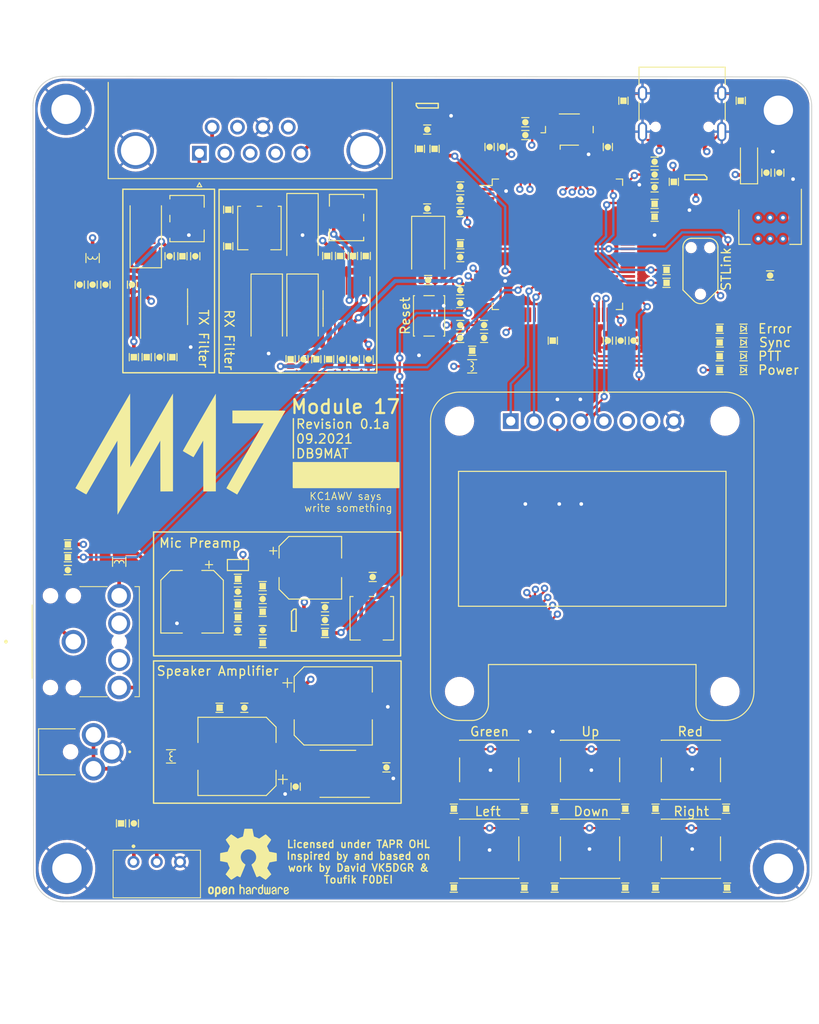
<source format=kicad_pcb>
(kicad_pcb (version 20210824) (generator pcbnew)
  (layers (0 "F.Cu" signal) (1 "In1.Cu" signal) (2 "In2.Cu" signal) (31 "B.Cu" signal) (34 "B.Paste" user) (35 "F.Paste" user) (36 "B.SilkS" user "B.Silkscreen") (37 "F.SilkS" user "F.Silkscreen") (38 "B.Mask" user) (39 "F.Mask" user) (44 "Edge.Cuts" user))
  (net 0 "")
  (net 1 "VDD")
  (net 2 "GND")
  (net 3 "Net-(C2-Pad2)")
  (net 4 "Net-(C3-Pad2)")
  (net 5 "Net-(C5-Pad2)")
  (net 6 "Net-(C6-Pad1)")
  (net 7 "VRef+")
  (net 8 "VDDA")
  (net 9 "+5V")
  (net 10 "BASEBAND_RX")
  (net 11 "Net-(C22-Pad1)")
  (net 12 "/Microcontroller/CLOCK")
  (net 13 "NRST")
  (net 14 "Net-(C29-Pad1)")
  (net 15 "AUDIO_SPK")
  (net 16 "VAA")
  (net 17 "Net-(C31-Pad1)")
  (net 18 "Net-(C32-Pad1)")
  (net 19 "Net-(C34-Pad2)")
  (net 20 "Net-(C36-Pad1)")
  (net 21 "Net-(C37-Pad1)")
  (net 22 "Net-(C39-Pad1)")
  (net 23 "Net-(C42-Pad1)")
  (net 24 "Net-(C42-Pad2)")
  (net 25 "Net-(C44-Pad2)")
  (net 26 "Net-(C45-Pad1)")
  (net 27 "Net-(C45-Pad2)")
  (net 28 "Net-(C49-Pad1)")
  (net 29 "Net-(C49-Pad2)")
  (net 30 "Net-(C50-Pad1)")
  (net 31 "Net-(C51-Pad1)")
  (net 32 "Net-(C52-Pad1)")
  (net 33 "Net-(C53-Pad1)")
  (net 34 "Net-(C53-Pad2)")
  (net 35 "Net-(C54-Pad1)")
  (net 36 "Net-(C55-Pad1)")
  (net 37 "Net-(C56-Pad1)")
  (net 38 "Net-(C57-Pad1)")
  (net 39 "Net-(C58-Pad1)")
  (net 40 "Net-(C59-Pad2)")
  (net 41 "Net-(D1-PadA)")
  (net 42 "Net-(D2-PadA)")
  (net 43 "Net-(D3-PadA)")
  (net 44 "Net-(D4-PadA)")
  (net 45 "Net-(FB2-Pad1)")
  (net 46 "MIC")
  (net 47 "SPEAKER")
  (net 48 "Net-(J1-Pad2)")
  (net 49 "Net-(J1-Pad4)")
  (net 51 "/Microcontroller/xUDP")
  (net 52 "Net-(J2-PadB5)")
  (net 54 "/Microcontroller/xUDN")
  (net 55 "Net-(J2-PadA5)")
  (net 57 "Net-(J6-Pad2)")
  (net 58 "RADIO_TX")
  (net 62 "RADIO_PTT")
  (net 63 "RADIO_RX")
  (net 66 "Net-(R2-Pad2)")
  (net 67 "SWDIO")
  (net 68 "SWCLK")
  (net 69 "Net-(R5-Pad2)")
  (net 70 "Net-(R6-Pad1)")
  (net 71 "BTN_UP")
  (net 72 "Net-(R10-Pad1)")
  (net 73 "BTN_DOWN")
  (net 74 "Net-(R11-Pad1)")
  (net 75 "Net-(R12-Pad1)")
  (net 76 "~{BOOT0}")
  (net 77 "BTN_LEFT")
  (net 78 "Net-(R17-Pad1)")
  (net 79 "Net-(R18-Pad1)")
  (net 80 "BTN_RED")
  (net 81 "BTN_RIGHT")
  (net 82 "FLASH_CS")
  (net 83 "SPI1_SCK")
  (net 84 "Net-(R23-Pad1)")
  (net 85 "LED-PTT")
  (net 86 "LED-SYNC")
  (net 87 "LED-ERROR")
  (net 88 "Net-(R28-Pad1)")
  (net 89 "USB_DN")
  (net 90 "USB_DP")
  (net 91 "~{PTT_IN}")
  (net 92 "AUDIO_MIC")
  (net 93 "Net-(R41-Pad2)")
  (net 94 "BASEBAND_TX")
  (net 95 "Net-(R47-Pad2)")
  (net 96 "~{PTT_OUT}")
  (net 97 "Net-(R50-Pad1)")
  (net 98 "Net-(R50-Pad2)")
  (net 99 "Net-(RV4-Pad2)")
  (net 125 "OLED_SPI_MOSI")
  (net 126 "OLED_SPI_SCK")
  (net 127 "OLED_DC")
  (net 128 "OLED_RST")
  (net 130 "OLED_CS")
  (net 150 "SPI1_MISO")
  (net 151 "SPI1_MOSI")
  (footprint "pkl_dipol:R_0603" (layer "F.Cu") (at 115 122.4 180)
    (fp_text reference "R14")
    (fp_text value "470")
  )
  (footprint "pkl_dipol:L_0805" (layer "F.Cu") (at 84.15 108.1)
    (fp_text reference "FB4")
    (fp_text value "FB0805")
  )
  (footprint "pkl_dipol:R_0603" (layer "F.Cu") (at 139 45.5 90)
    (fp_text reference "R23")
    (fp_text value "1k5")
  )
  (footprint "pkl_dipol:C_0603" (layer "F.Cu") (at 120.3 41.7 90)
    (fp_text reference "C13")
    (fp_text value "100n")
  )
  (footprint "pkl_dipol:C_0603" (layer "F.Cu") (at 94.15 90.95 180)
    (fp_text reference "C40")
    (fp_text value "100n")
  )
  (footprint "pkl_dipol:C_0603" (layer "F.Cu") (at 112.2 56.2)
    (fp_text reference "C6")
    (fp_text value "22p")
  )
  (footprint "pkl_dipol:R_0603" (layer "F.Cu") (at 137 122.4 180)
    (fp_text reference "R20")
    (fp_text value "470")
  )
  (footprint "pkl_dipol:C_0603" (layer "F.Cu") (at 92.15 102.8 180)
    (fp_text reference "C42")
    (fp_text value "47n")
  )
  (footprint "M17-SmartMic:MJ12503A" (layer "F.Cu") (at 77.7 107.6)
    (fp_text reference "J4")
    (fp_text value "Kenwood-2.5" hide)
  )
  (footprint "pkl_dipol:L_0805" (layer "F.Cu") (at 117 65.6 180)
    (fp_text reference "FB1")
    (fp_text value "FB0805")
  )
  (footprint "pkl_dipol:R_0603" (layer "F.Cu") (at 125.8 62.8 90)
    (fp_text reference "R5")
    (fp_text value "1k")
  )
  (footprint "pkl_dipol:R_0603" (layer "F.Cu") (at 84.3 64.6 90)
    (fp_text reference "R43")
    (fp_text value "1k")
  )
  (footprint "pkl_dipol:R_0603" (layer "F.Cu") (at 144 66 180)
    (fp_text reference "R24")
    (fp_text value "680R")
  )
  (footprint "pkl_dipol:R_0603" (layer "F.Cu") (at 112.9 41.9 90)
    (fp_text reference "R49")
    (fp_text value "47k")
  )
  (footprint "pkl_dipol:R_0603" (layer "F.Cu") (at 101.4 64.825 -90)
    (fp_text reference "R55")
    (fp_text value "4k7")
  )
  (footprint "pkl_dipol:L_0805" (layer "F.Cu") (at 78.5 86.9 -90)
    (fp_text reference "FB2")
    (fp_text value "FB0805")
  )
  (footprint "pkl_dipol:C_0603" (layer "F.Cu") (at 77 56.7 -90)
    (fp_text reference "C38")
    (fp_text value "100n")
  )
  (footprint "pkl_dipol:R_0603" (layer "F.Cu") (at 94.15 92.35 180)
    (fp_text reference "R37")
    (fp_text value "2K2")
  )
  (footprint "pkl_dipol:C_0603" (layer "F.Cu") (at 94.15 94.35 180)
    (fp_text reference "C36")
    (fp_text value "220n")
  )
  (footprint "pkl_dipol:C_0603" (layer "F.Cu") (at 115.7 61.1)
    (fp_text reference "C11")
    (fp_text value "100n")
  )
  (footprint "pkl_dipol:C_0603" (layer "F.Cu") (at 115.7 47.4 180)
    (fp_text reference "C16")
    (fp_text value "10n")
  )
  (footprint "pkl_dipol:C_0603" (layer "F.Cu") (at 133.2 62.8 -90)
    (fp_text reference "C1")
    (fp_text value "100n")
  )
  (footprint "pkl_dipol:C_0603" (layer "F.Cu") (at 100.95 91.85)
    (fp_text reference "C46")
    (fp_text value "100n")
  )
  (footprint "pkl_dipol:C_0603" (layer "F.Cu") (at 150.5 44.5 90)
    (fp_text reference "C25")
    (fp_text value "1u")
  )
  (footprint "pkl_dipol:C_0603" (layer "F.Cu") (at 86.8 53.6 90)
    (fp_text reference "C56")
    (fp_text value "1n")
  )
  (footprint "pkl_dipol:R_0603" (layer "F.Cu") (at 91.45 88.75)
    (fp_text reference "R32")
    (fp_text value "100")
  )
  (footprint "Oscillator:Oscillator_SMD_Fox_FT5H_5.0x3.2mm" (layer "F.Cu") (at 127.6 39.8 90)
    (fp_text reference "X1")
    (fp_text value "12 MHz TCXO")
  )
  (footprint "Display:Adafruit_SSD1306" (layer "F.Cu") (at 121.21 71.565)
    (fp_text reference "J3")
    (fp_text value "OLED")
  )
  (footprint "pkl_dipol:R_0603" (layer "F.Cu") (at 137 113.8 180)
    (fp_text reference "R19")
    (fp_text value "470")
  )
  (footprint "pkl_dipol:D_0603" (layer "F.Cu") (at 146.6 64.5 180)
    (fp_text reference "D2")
    (fp_text value "PTT")
  )
  (footprint "pkl_dipol:C_0603" (layer "F.Cu") (at 115.7 57.3 180)
    (fp_text reference "C21")
    (fp_text value "1n")
  )
  (footprint "pkl_dipol:C_0603" (layer "F.Cu") (at 136.9 46.1 180)
    (fp_text reference "C5")
    (fp_text value "2u2")
  )
  (footprint "pkl_dipol:R_0603" (layer "F.Cu") (at 133.5 36.66 -90)
    (fp_text reference "R16")
    (fp_text value "5k1")
  )
  (footprint "Package_TO_SOT_SMD:SOT-223-3_TabPin2" (layer "F.Cu") (at 149.5 50.4 -90)
    (fp_text reference "U2")
    (fp_text value "LM1117-3.3")
  )
  (footprint "Capacitor_Tantalum_SMD:CP_EIA-6032-28_Kemet-C" (layer "F.Cu") (at 98.495 50.525 -90)
    (fp_text reference "C52")
    (fp_text value "47u")
  )
  (footprint "pkl_dipol:R_0603" (layer "F.Cu") (at 101.195 53.575 90)
    (fp_text reference "R44")
    (fp_text value "22k")
  )
  (footprint "Package_QFP:LQFP-100_14x14mm_P0.5mm" (layer "F.Cu") (at 126.3 52.3)
    (fp_text reference "U1")
    (fp_text value "STM32F407VETx")
  )
  (footprint "Package_SO:SOIC-8_3.9x4.9mm_P1.27mm" (layer "F.Cu") (at 102.35 110 180)
    (fp_text reference "U5")
    (fp_text value "LM386")
  )
  (footprint "pkl_dipol:L_0805" (layer "F.Cu") (at 75.6 53.8 90)
    (fp_text reference "FB3")
    (fp_text value "FB0805")
  )
  (footprint "MountingHole:MountingHole_3.2mm_M3_DIN965_Pad" (layer "F.Cu") (at 72.7 37.6)
    (fp_text reference "REF**")
    (fp_text value "MountingHole_3.2mm_M3_DIN965_Pad" hide)
  )
  (footprint "pkl_dipol:R_0603" (layer "F.Cu") (at 136.9 49.3 180)
    (fp_text reference "R28")
    (fp_text value "27")
  )
  (footprint "M17-SmartMic:3310C001503L" (layer "F.Cu") (at 80.06 119.595 -90)
    (fp_text reference "RV1")
    (fp_text value "100k" hide)
  )
  (footprint "pkl_dipol:C_0603" (layer "F.Cu") (at 91.45 94.35 180)
    (fp_text reference "C31")
    (fp_text value "1n")
  )
  (footprint "Potentiometer_SMD:Potentiometer_Bourns_3314G_Vertical" (layer "F.Cu") (at 93.795 50.525)
    (fp_text reference "RV3")
    (fp_text value "10k")
  )
  (footprint "pkl_connectors:USB_C_Receptacle_HRO_TYPE-C-31-M-12" (layer "F.Cu") (at 139.9 36.9 180)
    (fp_text reference "J2")
    (fp_text value "USB_C")
  )
  (footprint "pkl_dipol:C_0603" (layer "F.Cu") (at 118.9 41.7 90)
    (fp_text reference "C14")
    (fp_text value "10n")
  )
  (footprint "pkl_dipol:D_0603" (layer "F.Cu") (at 146.6 63 180)
    (fp_text reference "D3")
    (fp_text value "Sync")
  )
  (footprint "pkl_dipol:C_0603" (layer "F.Cu") (at 84 53.6 -90)
    (fp_text reference "C53")
    (fp_text value "39n")
  )
  (footprint "pkl_housings_sot:SOT-23" (layer "F.Cu") (at 112.1 37.2 -90)
    (fp_text reference "Q1")
    (fp_text value "IRLML2060")
  )
  (footprint "Package_SO:SOIC-8_3.9x4.9mm_P1.27mm" (layer "F.Cu") (at 83.4 59.1 90)
    (fp_text reference "U7")
    (fp_text value "MCP6002-xSN")
  )
  (footprint "pkl_dipol:C_0603" (layer "F.Cu") (at 118.3 61.1)
    (fp_text reference "C12")
    (fp_text value "100n")
  )
  (footprint "pkl_dipol:C_0603" (layer "F.Cu") (at 112.1 48.4 180)
    (fp_text reference "C3")
    (fp_text value "22p")
  )
  (footprint "pkl_dipol:R_0603" (layer "F.Cu") (at 89.45 102.8 180)
    (fp_text reference "R39")
    (fp_text value "10")
  )
  (footprint "pkl_dipol:R_0603" (layer "F.Cu") (at 122.7 122.4 180)
    (fp_text reference "R12")
    (fp_text value "10k")
  )
  (footprint "pkl_dipol:R_0603" (layer "F.Cu") (at 146.3 36.66 -90)
    (fp_text reference "R15")
    (fp_text value "5k1")
  )
  (footprint "pkl_dipol:R_0603" (layer "F.Cu") (at 133.7 122.4 180)
    (fp_text reference "R9")
    (fp_text value "10k")
  )
  (footprint "pkl_dipol:R_0603" (layer "F.Cu") (at 103.995 53.575 -90)
    (fp_text reference "R45")
    (fp_text value "22k")
  )
  (footprint "pkl_dipol:C_0603" (layer "F.Cu") (at 115.7 48.8 180)
    (fp_text reference "C15")
    (fp_text value "100n")
  )
  (footprint "pkl_housings_sot:SOT-23-6" (layer "F.Cu") (at 141.4 45 90)
    (fp_text reference "U3")
    (fp_text value "USBLC6-2")
  )
  (footprint "Capacitor_Tantalum_SMD:CP_EIA-3216-18_Kemet-A" (layer "F.Cu") (at 147.2 43.4 90)
    (fp_text reference "C18")
    (fp_text value "10u")
  )
  (footprint "pkl_housings_sot:SOT-23-6" (layer "F.Cu") (at 97.55 93.25 180)
    (fp_text reference "U6")
    (fp_text value "LMV341")
  )
  (footprint "pkl_dipol:R_0603" (layer "F.Cu") (at 144.8 122.4 180)
    (fp_text reference "R18")
    (fp_text value "10k")
  )
  (footprint "pkl_dipol:R_0603" (layer "F.Cu") (at 78.7 115.4 90)
    (fp_text reference "R30")
    (fp_text value "22k")
  )
  (footprint "pkl_dipol:R_0603" (layer "F.Cu") (at 81.5 64.6 90)
    (fp_text reference "R47")
    (fp_text value "5k1")
  )
  (footprint "pkl_dipol:R_0603" (layer "F.Cu") (at 80.1 64.6 -90)
    (fp_text reference "R48")
    (fp_text value "4k7")
  )
  (footprint "pkl_dipol:C_0603" (layer "F.Cu") (at 104.2 64.825 90)
    (fp_text reference "C57")
    (fp_text value "39n")
  )
  (footprint "Capacitor_Tantalum_SMD:CP_EIA-6032-28_Kemet-C" (layer "F.Cu") (at 94.595 59.3 -90)
    (fp_text reference "C49")
    (fp_text value "47u")
  )
  (footprint "MountingHole:MountingHole_3.2mm_M3_DIN965_Pad" (layer "F.Cu") (at 150.4 120.3)
    (fp_text reference "REF**")
    (fp_text value "MountingHole_3.2mm_M3_DIN965_Pad" hide)
  )
  (footprint "pkl_dipol:R_0603" (layer "F.Cu") (at 115.7 52.3)
    (fp_text reference "R2")
    (fp_text value "220")
  )
  (footprint "pkl_dipol:C_0603" (layer "F.Cu") (at 149.5 55.7)
    (fp_text reference "C23")
    (fp_text value "100n")
  )
  (footprint "pkl_dipol:D_0603" (layer "F.Cu") (at 146.6 61.5 180)
    (fp_text reference "D4")
    (fp_text value "Error")
  )
  (footprint "pkl_dipol:C_0603" (layer "F.Cu") (at 98.6 64.825 -90)
    (fp_text reference "C55")
    (fp_text value "10n")
  )
  (footprint "Capacitor_SMD:CP_Elec_8x10" (layer "F.Cu") (at 91.35 108.1 180)
    (fp_text reference "C44")
    (fp_text value "220u")
  )
  (footprint "pkl_dipol:C_0603" (layer "F.Cu") (at 82.9 64.6 -90)
    (fp_text reference "C51")
    (fp_text value "10n")
  )
  (footprint "pkl_dipol:R_0603" (layer "F.Cu") (at 144.7 113.8 180)
    (fp_text reference "R17")
    (fp_text value "10k")
  )
  (footprint "pkl_dipol:R_0603" (layer "F.Cu") (at 72.9 86.4 180)
    (fp_text reference "R35")
    (fp_text value "2k2")
  )
  (footprint "pkl_dipol:C_0603" (layer "F.Cu") (at 107.65 109.3)
    (fp_text reference "C37")
    (fp_text value "3n9")
  )
  (footprint "pkl_dipol:R_0603" (layer "F.Cu") (at 90.395 48.525 90)
    (fp_text reference "R41")
    (fp_text value "1k")
  )
  (footprint "Package_SO:SOIC-8_3.9x4.9mm_P1.27mm" (layer "F.Cu") (at 103.3 59.3 -90)
    (fp_text reference "U8")
    (fp_text value "MCP6002-xSN")
  )
  (footprint "pkl_dipol:R_0603" (layer "F.Cu") (at 126 113.8 180)
    (fp_text reference "R7")
    (fp_text value "470")
  )
  (footprint "Capacitor_SMD:CP_Elec_8x10" (layer "F.Cu") (at 101.85 102.6)
    (fp_text reference "C41")
    (fp_text value "220u")
  )
  (footprint "pkl_dipol:C_0603" (layer "F.Cu") (at 122.8 40.4)
    (fp_text reference "C26")
    (fp_text value "4u7")
  )
  (footprint "pkl_dipol:C_0603" (layer "F.Cu") (at 131.8 41.7 -90)
    (fp_text reference "C22")
    (fp_text value "100n")
  )
  (footprint "pkl_dipol:R_0603" (layer "F.Cu") (at 136.9 47.9 180)
    (fp_text reference "R29")
    (fp_text value "27")
  )
  (footprint "pkl_dipol:C_0603" (layer "F.Cu") (at 91.45 90.15 180)
    (fp_text reference "C34")
    (fp_text value "100n")
  )
  (footprint "pkl_dipol:R_0603" (layer "F.Cu") (at 144 64.5 180)
    (fp_text reference "R25")
    (fp_text value "680R")
  )
  (footprint "pkl_dipol:C_0603" (layer "F.Cu") (at 122.8 39)
    (fp_text reference "C24")
    (fp_text value "100n")
  )
  (footprint "pkl_dipol:C_0603" (layer "F.Cu") (at 72.9 87.8)
    (fp_text reference "C32")
    (fp_text value "100n")
  )
  (footprint "pkl_dipol:C_0603" (layer "F.Cu") (at 74.2 56.7 -90)
    (fp_text reference "C30")
    (fp_text value "22u")
  )
  (footprint "M17-SmartMic:M17-logo" (layer "F.Cu") (at 123.3 117.9)
    (fp_text reference "Ref**" hide)
    (fp_text value "Val**" hide)
  )
  (footprint "pkl_jumpers:J_NC_0603_30" (layer "F.Cu") (at 91.45 87.25 180)
    (fp_text reference "J6")
    (fp_text value "MBIAS")
  )
  (footprint "pkl_dipol:R_0603" (layer "F.Cu") (at 133.7 113.8 180)
    (fp_text reference "R6")
    (fp_text value "10k")
  )
  (footprint "pkl_dipol:C_0603" (layer "F.Cu") (at 115.7 62.5)
    (fp_text reference "C8")
    (fp_text value "1u")
  )
  (footprint "Potentiometer_SMD:Potentiometer_Bourns_3214W_Vertical" (layer "F.Cu") (at 103.3 49.3875 -90)
    (fp_text reference "RV4")
    (fp_text value "100k")
  )
  (footprint "Capacitor_Tantalum_SMD:CP_EIA-6032-28_Kemet-C" (layer "F.Cu") (at 81.4 51.1 90)
    (fp_text reference "C59")
    (fp_text value "22u")
  )
  (footprint "pkl_dipol:R_0603" (layer "F.Cu") (at 100.95 94.65 180)
    (fp_text reference "R40")
    (fp_text value "1k5")
  )
  (footprint "pkl_tag_connect:TC2030-NL_SMALL" (layer "F.Cu") (at 141.9 55.2 90)
    (fp_text reference "J1")
    (fp_text value "STLink")
  )
  (footprint "pkl_dipol:C_0603" (layer "F.Cu") (at 102.8 64.825 -90)
    (fp_text reference "C58")
    (fp_text value "1n")
  )
  (footprint "pkl_dipol:R_0603" (layer "F.Cu") (at 117 63.9)
    (fp_text reference "R1")
    (fp_text value "47R")
  )
  (footprint "pkl_dipol:R_0603" (layer "F.Cu") (at 91.45 91.55 180)
    (fp_text reference "R33")
    (fp_text value "2k2")
  )
  (footprint "pkl_buttons_switches:SW_SPST_PTS645" (layer "F.Cu") (at 129.86 109.565)
    (fp_text reference "SW1")
    (fp_text value "Button Up")
  )
  (footprint "pkl_dipol:C_0603" (layer "F.Cu") (at 118.3 62.5)
    (fp_text reference "C9")
    (fp_text value "1u")
  )
  (footprint "pkl_dipol:R_0603" (layer "F.Cu") (at 85.4 53.6 90)
    (fp_text reference "R53")
    (fp_text value "4k7")
  )
  (footprint "pkl_dipol:C_0603" (layer "F.Cu") (at 134.6 62.8 -90)
    (fp_text reference "C4")
    (fp_text value "10n")
  )
  (footprint "pkl_dipol:C_0603" (layer "F.Cu") (at 115.7 53.7)
    (fp_text reference "C27")
    (fp_text value "100n")
  )
  (footprint "pkl_dipol:C_0603" (layer "F.Cu") (at 115.7 46 180)
    (fp_text reference "C17")
    (fp_text value "1u")
  )
  (footprint "pkl_dipol:C_0603" (layer "F.Cu") (at 136.9 43.3)
    (fp_text reference "C10")
    (fp_text value "10n")
  )
  (footprint "pkl_dipol:R_0603" (layer "F.Cu") (at 144 63 180)
    (fp_text reference "R26")
    (fp_text value "680R")
  )
  (footprint "pkl_dipol:C_0603" (layer "F.Cu") (at 80.1 115.4 90)
    (fp_text reference "C29")
    (fp_text value "100n")
  )
  (footprint "Potentiometer_SMD:Potentiometer_Bourns_3214W_Vertical" (layer "F.Cu") (at 85.9 49.5 90)
    (fp_text reference "RV5")
    (fp_text value "100k")
  )
  (footprint "pkl_buttons_switches:SW_SPST_PTS645" (layer "F.Cu") (at 140.86 109.565)
    (fp_text reference "SW6")
    (fp_text value "Button Red")
  )
  (footprint "M17-SmartMic:SJ13523N" (layer "F.Cu") (at 69 95.6)
    (fp_text reference "J5")
    (fp_text value "Kenwood-3.5" hide)
  )
  (footprint "pkl_dipol:R_0603" (layer "F.Cu") (at 94.15 95.75)
    (fp_text reference "R38")
    (fp_text value "2K2")
  )
  (footprint "Capacitor_Tantalum_SMD:CP_EIA-6032-28_Kemet-C" (layer "F.Cu") (at 98.5 59.3 -90)
    (fp_text reference "C50")
    (fp_text value "47u")
  )
  (footprint "pkl_buttons_switches:SW_SPST_PTS645" (layer "F.Cu") (at 129.86 118.165)
    (fp_text reference "SW2")
    (fp_text value "Button Down")
  )
  (footprint "pkl_dipol:R_0603" (layer "F.Cu") (at 97.2 64.825 -90)
    (fp_text reference "R52")
    (fp_text value "5k1")
  )
  (footprint "pkl_dipol:C_0603" (layer "F.Cu") (at 112.1 39.8)
    (fp_text reference "C54")
    (fp_text value "470p")
  )
  (footprint "Capacitor_SMD:CP_Elec_6.3x3.9" (layer "F.Cu") (at 86.45 91.25 -90)
    (fp_text reference "C35")
    (fp_text value "100u")
  )
  (footprint "pkl_dipol:R_0603" (layer "F.Cu") (at 144 61.5 180)
    (fp_text reference "R27")
    (fp_text value "680R")
  )
  (footprint "pkl_dipol:R_0603" (layer "F.Cu") (at 91.45 92.95 180)
    (fp_text reference "R31")
    (fp_text value "100")
  )
  (footprint "MountingHole:MountingHole_3.2mm_M3_DIN965_Pad" (layer "F.Cu") (at 72.8 120.3)
    (fp_text reference "REF**")
    (fp_text value "MountingHole_3.2mm_M3_DIN965_Pad" hide)
  )
  (footprint "pkl_dipol:D_0603" (layer "F.Cu") (at 146.6 66 180)
    (fp_text reference "D1")
    (fp_text value "Power")
  )
  (footprint "pkl_buttons_switches:SW_SPST_PTS645" (layer "F.Cu") (at 118.86 118.165)
    (fp_text reference "SW5")
    (fp_text value "Button Left")
  )
  (footprint "pkl_dipol:R_0603" (layer "F.Cu") (at 72.9 85 180)
    (fp_text reference "R34")
    (fp_text value "10k")
  )
  (footprint "pkl_dipol:R_0603" (layer "F.Cu") (at 105.395 53.575 90)
    (fp_text reference "R50")
    (fp_text value "30k")
  )
  (footprint "pkl_dipol:C_0603" (layer "F.Cu") (at 79.9 56.7 -90)
    (fp_text reference "C60")
    (fp_text value "100n")
  )
  (footprint "Capacitor_SMD:CP_Elec_6.3x3.9" (layer "F.Cu") (at 99.35 87.55)
    (fp_text reference "C39")
    (fp_text value "100u")
  )
  (footprint "pkl_buttons_switches:SW_SPST_PTS645" (layer "F.Cu") (at 140.86 118.165)
    (fp_text reference "SW7")
    (fp_text value "Button Right")
  )
  (footprint "pkl_dipol:C_0603" (layer "F.Cu") (at 131.8 62.8 90)
    (fp_text reference "C2")
    (fp_text value "2u2")
  )
  (footprint "pkl_dipol:R_0603" (layer "F.Cu") (at 115 113.8 180)
    (fp_text reference "R13")
    (fp_text value "470")
  )
  (footprint "pkl_dipol:R_0603" (layer "F.Cu") (at 126 122.4 180)
    (fp_text reference "R10")
    (fp_text value "470")
  )
  (footprint "pkl_dipol:C_0603" (layer "F.Cu") (at 136.9 44.7)
    (fp_text reference "C7")
    (fp_text value "100n")
  )
  (footprint "pkl_buttons_switches:SW_SPST_PTS645" (layer "F.Cu") (at 118.86 109.565)
    (fp_text reference "SW4")
    (fp_text value "Button Green")
  )
  (footprint "pkl_buttons_switches:SW_SPST_3x4x2.5" (layer "F.Cu") (at 112.3 60.1 90)
    (fp_text reference "SW3")
    (fp_text value "Reset")
  )
  (footprint "pkl_dipol:R_0603" (layer "F.Cu") (at 138.2 56.5)
    (fp_text reference "R3")
    (fp_text value "22")
  )
  (footprint "pkl_dipol:R_0603" (layer "F.Cu") (at 94.15 89.55 180)
    (fp_text reference "R36")
    (fp_text value "2K2")
  )
  (footprint "pkl_dipol:R_0603" (layer "F.Cu") (at 100 64.825 90)
    (fp_text reference "R54")
    (fp_text value "4k7")
  )
  (footprint "pkl_dipol:R_0603" (layer "F.Cu") (at 138.2 55.1)
    (fp_text reference "R4")
    (fp_text value "22")
  )
  (footprint "Potentiometer_SMD:Potentiometer_Bourns_3314G_Vertical" (layer "F.Cu") (at 106.05 93.05)
    (fp_text reference "RV2")
    (fp_text value "500K")
  )
  (footprint "pkl_dipol:R_0603" (layer "F.Cu") (at 90.395 52.525 90)
    (fp_text reference "R42")
    (fp_text value "20k")
  )
  (footprint "MountingHole:MountingHole_3.2mm_M3_DIN965_Pad" (layer "F.Cu") (at 150.4 37.7)
    (fp_text reference "REF**")
    (fp_text value "MountingHole_3.2mm_M3_DIN965_Pad" hide)
  )
  (footprint "Symbol:OSHW-Logo2_9.8x8mm_SilkScreen" (layer "F.Cu") (at 92.6 119.7)
    (fp_text reference "REF**" hide)
    (fp_text value "OSHW-Logo2_9.8x8mm_SilkScreen" hide)
  )
  (footprint "pkl_dipol:R_0603" (layer "F.Cu") (at 122.7 113.8 180)
    (fp_text reference "R11")
    (fp_text value "10k")
  )
  (footprint "pkl_dipol:C_0603" (layer "F.Cu") (at 75.6 56.7 -90)
    (fp_text reference "C33")
    (fp_text value "1u")
  )
  (footprint "pkl_dipol:C_0603" (layer "F.Cu") (at 105.7 64.825 -90)
    (fp_text reference "C48")
    (fp_text value "100n")
  )
  (footprint "pkl_dipol:C_0603" (layer "F.Cu") (at 97.75 111.4 -90)
    (fp_text reference "C43")
    (fp_text value "100n")
  )
  (footprint "pkl_dipol:C_0603" (layer "F.Cu") (at 115.7 58.7 180)
    (fp_text reference "C20")
    (fp_text value "1n")
  )
  (footprint "pkl_dipol:C_0603" (layer "F.Cu") (at 106.15 88.55)
    (fp_text reference "C45")
    (fp_text value "100P")
  )
  (footprint "pkl_dipol:R_0603" (layer "F.Cu") (at 102.595 53.575 -90)
    (fp_text reference "R46")
    (fp_text value "22k")
  )
  (footprint "Crystal:Crystal_SMD_5032-2Pin_5.0x3.2mm" (layer "F.Cu") (at 112.2 52.3 -90)
    (fp_text reference "Y1")
    (fp_text value "8 MHz")
  )
  (footprint "pkl_dipol:C_0603" (layer "F.Cu") (at 149.1 44.5 90)
    (fp_text reference "C19")
    (fp_text value "100n")
  )
  (footprint "pkl_dipol:C_0603" (layer "F.Cu") (at 100.95 93.25)
    (fp_text reference "C47")
    (fp_text value "2u2")
  )
  (footprint "Connector_Dsub:DSUB-9_Female_Horizontal_P2.77x2.84mm_EdgePinOffset4.94mm_Housed_MountingHolesOffset7.48mm" (layer "F.Cu") (at 87.25 42.380331 180)
    (fp_text reference "J7")
    (fp_text value "Radio")
  )
  (footprint "pkl_dipol:R_0603" (layer "F.Cu") (at 111.3 41.9 -90)
    (fp_text reference "R51")
    (fp_text value "330")
  )
  (gr_rect (start 97.5 76.1) (end 109 78.8) (layer "F.SilkS") (width 0.15) (fill solid))
  (gr_line (start 97.5 71.3) (end 97.5 75.6) (layer "F.SilkS") (width 0.15))
  (gr_rect (start 88.9 46.3) (end 78.9 66.3) (layer "F.SilkS") (width 0.15) (fill none))
  (gr_rect (start 109.25 113.2) (end 82.25 97.7) (layer "F.SilkS") (width 0.15) (fill none))
  (gr_rect (start 106.595 66.325) (end 89.395 46.325) (layer "F.SilkS") (width 0.15) (fill none))
  (gr_rect (start 109.2 83.65) (end 82.25 97.15) (layer "F.SilkS") (width 0.15) (fill none))
  (gr_arc (start 150.837258 37.262742) (end 154.037258 37.262742) (angle -90) (layer "Edge.Cuts") (width 0.1))
  (gr_line (start 72.362742 123.937258) (end 150.837258 123.937258) (layer "Edge.Cuts") (width 0.1))
  (gr_line (start 150.837258 34.062742) (end 72.3 34) (layer "Edge.Cuts") (width 0.1))
  (gr_arc (start 150.837258 120.737258) (end 150.837258 123.937258) (angle -90) (layer "Edge.Cuts") (width 0.1))
  (gr_arc (start 72.362742 120.737258) (end 69.162742 120.737258) (angle -90) (layer "Edge.Cuts") (width 0.1))
  (gr_arc (start 72.3 37.2) (end 72.3 34) (angle -90) (layer "Edge.Cuts") (width 0.1))
  (gr_line (start 69.1 37.2) (end 69.162742 120.737258) (layer "Edge.Cuts") (width 0.1))
  (gr_line (start 154.037258 120.737258) (end 154.037258 37.262742) (layer "Edge.Cuts") (width 0.1))
  (gr_text "Revision 0.1a\n09.2021\nDB9MAT" (at 97.7 73.5) (layer "F.SilkS") (effects (font (size 1 1)) (justify left)))
  (gr_text "Sync" (at 148.2 63) (layer "F.SilkS") (effects (font (size 1 1)) (justify left)))
  (gr_text "STLink" (at 144.7 55 90) (layer "F.SilkS") (effects (font (size 1 1))))
  (gr_text "Red" (at 140.8 105.4) (layer "F.SilkS") (effects (font (size 1 1))))
  (gr_text "RX Filter" (at 90.495 62.725 270) (layer "F.SilkS") (effects (font (size 1 1))))
  (gr_text "Up" (at 129.9 105.4) (layer "F.SilkS") (effects (font (size 1 1))))
  (gr_text "Green" (at 118.9 105.4) (layer "F.SilkS") (effects (font (size 1 1))))
  (gr_text "Power" (at 148.1 66) (layer "F.SilkS") (effects (font (size 1 1)) (justify left)))
  (gr_text "Mic Preamp" (at 87.3 84.85) (layer "F.SilkS") (effects (font (size 1 1))))
  (gr_text "Licensed under TAPR OHL\nInspired by and based on\nwork by David VK5DGR &\nToufik F0DEI" (at 104.6 119.6) (layer "F.SilkS") (effects (font (size 0.8 0.8))))
  (gr_text "Left" (at 118.7 114.1) (layer "F.SilkS") (effects (font (size 1 1))))
  (gr_text "Module 17" (at 97.1 70) (layer "F.SilkS") (effects (font (size 1.5 1.5) (thickness 0.25)) (justify left)))
  (gr_text "Right" (at 140.9 114.1) (layer "F.SilkS") (effects (font (size 1 1))))
  (gr_text "Error" (at 148.1 61.5) (layer "F.SilkS") (effects (font (size 1 1)) (justify left)))
  (gr_text "Speaker Amplifier" (at 89.25 98.8) (layer "F.SilkS") (effects (font (size 1 1))))
  (gr_text "PTT" (at 148.1 64.5) (layer "F.SilkS") (effects (font (size 1 1)) (justify left)))
  (gr_text "Reset" (at 109.7 60.1 90) (layer "F.SilkS") (effects (font (size 1 1))))
  (gr_text "KC1AWV says \nwrite something" (at 103.5 80.4) (layer "F.SilkS") (effects (font (size 0.8 0.8) (thickness 0.1))))
  (gr_text "TX Filter" (at 87.7 62.6 270) (layer "F.SilkS") (effects (font (size 1 1))))
  (gr_text "Down" (at 130 114.1) (layer "F.SilkS") (effects (font (size 1 1))))
  (segment (start 134.8 44.7) (end 134.7 44.8) (width 0.25) (layer "F.Cu") (net 1))
  (segment (start 130.015 107.315) (end 130 107.3) (width 0.25) (layer "F.Cu") (net 1))
  (segment (start 143.25 66) (end 142.2 66) (width 0.25) (layer "F.Cu") (net 1))
  (segment (start 116.45 48.8) (end 116.45 49.85) (width 0.25) (layer "F.Cu") (net 1))
  (segment (start 123.55 41.45) (end 123.5 41.5) (width 0.25) (layer "F.Cu") (net 1))
  (segment (start 150.5 45.25) (end 150.2 45.55) (width 0.4) (layer "F.Cu") (net 1))
  (segment (start 73.65 85) (end 74.6 85) (width 0.4) (layer "F.Cu") (net 1))
  (segment (start 136.15 43.3) (end 136.15 44.7) (width 0.25) (layer "F.Cu") (net 1))
  (segment (start 136.15 44.7) (end 134.8 44.7) (width 0.25) (layer "F.Cu") (net 1))
  (segment (start 125.1 39) (end 125.55 38.55) (width 0.25) (layer "F.Cu") (net 1))
  (segment (start 75.6 52.9) (end 75.6 51.6) (width 0.4) (layer "F.Cu") (net 1))
  (segment (start 139 44.75) (end 139 43.8) (width 0.25) (layer "F.Cu") (net 1))
  (segment (start 140.915 115.915) (end 140.9 115.9) (width 0.25) (layer "F.Cu") (net 1))
  (segment (start 116.5 50.2) (end 116.5 49.9) (width 0.25) (layer "F.Cu") (net 1))
  (segment (start 118.915 115.915) (end 118.9 115.9) (width 0.25) (layer "F.Cu") (net 1))
  (segment (start 129.815 115.915) (end 129.8 115.9) (width 0.25) (layer "F.Cu") (net 1))
  (segment (start 118.625 55.3) (end 117.5 55.3) (width 0.25) (layer "F.Cu") (net 1))
  (segment (start 133.2 62.05) (end 133.2 60.6) (width 0.25) (layer "F.Cu") (net 1))
  (segment (start 129.985 107.315) (end 130 107.3) (width 0.25) (layer "F.Cu") (net 1))
  (segment (start 139 43.8) (end 138.9 43.7) (width 0.25) (layer "F.Cu") (net 1))
  (segment (start 118.9 42.45) (end 120.3 42.45) (width 0.25) (layer "F.Cu") (net 1))
  (segment (start 116.1 65.6) (end 115 65.6) (width 0.25) (layer "F.Cu") (net 1))
  (segment (start 129.785 115.915) (end 129.8 115.9) (width 0.25) (layer "F.Cu") (net 1))
  (segment (start 148.75 54.3) (end 149.5 53.55) (width 0.4) (layer "F.Cu") (net 1))
  (segment (start 119.015 107.315) (end 119 107.3) (width 0.25) (layer "F.Cu") (net 1))
  (segment (start 116.45 49.85) (end 116.5 49.9) (width 0.25) (layer "F.Cu") (net 1))
  (segment (start 132.3 59.975) (end 132.575 59.975) (width 0.25) (layer "F.Cu") (net 1))
  (segment (start 118.625 51.3) (end 117.6 51.3) (width 0.25) (layer "F.Cu") (net 1))
  (segment (start 141.085 107.315) (end 141 107.4) (width 0.25) (layer "F.Cu") (net 1))
  (segment (start 118.885 115.915) (end 118.9 115.9) (width 0.25) (layer "F.Cu") (net 1))
  (segment (start 118.985 107.315) (end 119 107.3) (width 0.25) (layer "F.Cu") (net 1))
  (segment (start 144.84 115.915) (end 140.915 115.915) (width 0.25) (layer "F.Cu") (net 1))
  (segment (start 144.84 107.315) (end 141.085 107.315) (width 0.25) (layer "F.Cu") (net 1))
  (segment (start 136.88 107.315) (end 140.915 107.315) (width 0.25) (layer "F.Cu") (net 1))
  (segment (start 121.3 61.3) (end 120.7 61.9) (width 0.25) (layer "F.Cu") (net 1))
  (segment (start 121.3 59.975) (end 121.3 61.3) (width 0.25) (layer "F.Cu") (net 1))
  (segment (start 148.75 55.7) (end 148.75 54.3) (width 0.4) (layer "F.Cu") (net 1))
  (segment (start 140.915 107.315) (end 141 107.4) (width 0.25) (layer "F.Cu") (net 1))
  (segment (start 121.25 42.45) (end 121.3 42.5) (width 0.25) (layer "F.Cu") (net 1))
  (segment (start 114.88 115.915) (end 118.885 115.915) (width 0.25) (layer "F.Cu") (net 1))
  (segment (start 123.55 40.4) (end 123.55 41.45) (width 0.25) (layer "F.Cu") (net 1))
  (segment (start 125.88 107.315) (end 129.985 107.315) (width 0.25) (layer "F.Cu") (net 1))
  (segment (start 118.625 48.8) (end 116.45 48.8) (width 0.25) (layer "F.Cu") (net 1))
  (segment (start 133.84 115.915) (end 129.815 115.915) (width 0.25) (layer "F.Cu") (net 1))
  (segment (start 142.535 56.47) (end 142.67 56.47) (width 0.25) (layer "F.Cu") (net 1))
  (segment (start 133.975 45.525) (end 134.7 44.8) (width 0.25) (layer "F.Cu") (net 1))
  (segment (start 117.6 51.3) (end 116.5 50.2) (width 0.25) (layer "F.Cu") (net 1))
  (segment (start 134.6 62.05) (end 133.2 62.05) (width 0.25) (layer "F.Cu") (net 1))
  (segment (start 117.5 55.3) (end 117.1 54.9) (width 0.25) (layer "F.Cu") (net 1))
  (segment (start 150.2 45.55) (end 150.2 46.55) (width 0.4) (layer "F.Cu") (net 1))
  (segment (start 114.88 107.315) (end 118.985 107.315) (width 0.25) (layer "F.Cu") (net 1))
  (segment (start 140.885 115.915) (end 140.9 115.9) (width 0.25) (layer "F.Cu") (net 1))
  (segment (start 123.55 39) (end 123.55 40.4) (width 0.25) (layer "F.Cu") (net 1))
  (segment (start 125.88 115.915) (end 129.785 115.915) (width 0.25) (layer "F.Cu") (net 1))
  (segment (start 120.3 44.625) (end 120.3 42.45) (width 0.25) (layer "F.Cu") (net 1))
  (segment (start 132.575 59.975) (end 133.2 60.6) (width 0.25) (layer "F.Cu") (net 1))
  (segment (start 133.975 46.3) (end 133.975 45.525) (width 0.25) (layer "F.Cu") (net 1))
  (segment (start 116.45 48.8) (end 116.45 47.4) (width 0.25) (layer "F.Cu") (net 1))
  (segment (start 122.84 115.915) (end 118.915 115.915) (width 0.25) (layer "F.Cu") (net 1))
  (segment (start 116.45 47.4) (end 116.45 46) (width 0.25) (layer "F.Cu") (net 1))
  (segment (start 133.84 107.315) (end 130.015 107.315) (width 0.25) (layer "F.Cu") (net 1))
  (segment (start 120.3 42.45) (end 121.25 42.45) (width 0.25) (layer "F.Cu") (net 1))
  (segment (start 123.55 39) (end 125.1 39) (width 0.25) (layer "F.Cu") (net 1))
  (segment (start 122.84 107.315) (end 119.015 107.315) (width 0.25) (layer "F.Cu") (net 1))
  (segment (start 136.88 115.915) (end 140.885 115.915) (width 0.25) (layer "F.Cu") (net 1))
  (segment (start 150.2 46.55) (end 149.5 47.25) (width 0.4) (layer "F.Cu") (net 1))
  (segment (start 142.67 56.47) (end 144.1 57.9) (width 0.25) (layer "F.Cu") (net 1))
  (via (at 141 107.4) (size 0.8) (drill 0.4) (layers "F.Cu" "B.Cu") (net 1))
  (via (at 144.1 57.9) (size 0.8) (drill 0.4) (layers "F.Cu" "B.Cu") (net 1))
  (via (at 150.9 49.4) (size 0.8) (drill 0.4) (layers "F.Cu" "B.Cu") (net 1))
  (via (at 117.1 54.9) (size 0.8) (drill 0.4) (layers "F.Cu" "B.Cu") (net 1))
  (via (at 142.2 66) (size 0.8) (drill 0.4) (layers "F.Cu" "B.Cu") (net 1))
  (via (at 148.2 51.7) (size 0.8) (drill 0.4) (layers "F.Cu" "B.Cu") (net 1))
  (via (at 138.9 43.7) (size 0.8) (drill 0.4) (layers "F.Cu" "B.Cu") (net 1))
  (via (at 134.7 44.8) (size 0.8) (drill 0.4) (layers "F.Cu" "B.Cu") (net 1))
  (via (at 133.2 60.6) (size 0.8) (drill 0.4) (layers "F.Cu" "B.Cu") (net 1))
  (via (at 121.3 42.5) (size 0.8) (drill 0.4) (layers "F.Cu" "B.Cu") (net 1))
  (via (at 129.8 115.9) (size 0.8) (drill 0.4) (layers "F.Cu" "B.Cu") (net 1))
  (via (at 115 65.6) (size 0.8) (drill 0.4) (layers "F.Cu" "B.Cu") (net 1))
  (via (at 148.2 49.4) (size 0.8) (drill 0.4) (layers "F.Cu" "B.Cu") (net 1))
  (via (at 149.5 51.7) (size 0.8) (drill 0.4) (layers "F.Cu" "B.Cu") (net 1))
  (via (at 74.6 85) (size 0.8) (drill 0.4) (layers "F.Cu" "B.Cu") (net 1))
  (via (at 150.9 51.7) (size 0.8) (drill 0.4) (layers "F.Cu" "B.Cu") (net 1))
  (via (at 120.7 61.9) (size 0.8) (drill 0.4) (layers "F.Cu" "B.Cu") (net 1))
  (via (at 116.5 49.9) (size 0.8) (drill 0.4) (layers "F.Cu" "B.Cu") (net 1))
  (via (at 140.9 115.9) (size 0.8) (drill 0.4) (layers "F.Cu" "B.Cu") (net 1))
  (via (at 119 107.3) (size 0.8) (drill 0.4) (layers "F.Cu" "B.Cu") (net 1))
  (via (at 75.6 51.6) (size 0.8) (drill 0.4) (layers "F.Cu" "B.Cu") (net 1))
  (via (at 130 107.3) (size 0.8) (drill 0.4) (layers "F.Cu" "B.Cu") (net 1))
  (via (at 149.5 49.4) (size 0.8) (drill 0.4) (layers "F.Cu" "B.Cu") (net 1))
  (via (at 118.9 115.9) (size 0.8) (drill 0.4) (layers "F.Cu" "B.Cu") (net 1))
  (via (at 123.5 41.5) (size 0.8) (drill 0.4) (layers "F.Cu" "B.Cu") (net 1))
  (segment (start 144.28 35.91) (end 144.22 35.85) (width 0.25) (layer "F.Cu") (net 2))
  (segment (start 133.5 35.91) (end 135.52 35.91) (width 0.25) (layer "F.Cu") (net 2))
  (segment (start 135.234803 46.407281) (end 135.234803 45.81274) (width 0.25) (layer "F.Cu") (net 2))
  (segment (start 134.842084 46.8) (end 135.234803 46.407281) (width 0.25) (layer "F.Cu") (net 2))
  (segment (start 146.3 35.91) (end 144.28 35.91) (width 0.25) (layer "F.Cu") (net 2))
  (segment (start 143.305 40.945) (end 144.22 40.03) (width 0.25) (layer "F.Cu") (net 2))
  (segment (start 133.975 46.8) (end 134.842084 46.8) (width 0.25) (layer "F.Cu") (net 2))
  (segment (start 135.52 35.91) (end 135.58 35.85) (width 0.25) (layer "F.Cu") (net 2))
  (segment (start 143.15 40.945) (end 143.305 40.945) (width 0.25) (layer "F.Cu") (net 2))
  (via (at 123.3 105.4) (size 0.8) (drill 0.4) (layers "F.Cu" "B.Cu") (net 2))
  (via (at 141 118.2) (size 0.8) (drill 0.4) (layers "F.Cu" "B.Cu") (net 2))
  (via (at 129.8 118.2) (size 0.8) (drill 0.4) (layers "F.Cu" "B.Cu") (net 2))
  (via (at 141 109.5) (size 0.8) (drill 0.4) (layers "F.Cu" "B.Cu") (net 2))
  (via (at 113.9 59) (size 0.8) (drill 0.4) (layers "F.Cu" "B.Cu") (net 2))
  (via (at 86.3 63.5) (size 0.8) (drill 0.4) (layers "F.Cu" "B.Cu") (net 2))
  (via (at 86.1 51.3) (size 0.8) (drill 0.4) (layers "F.Cu" "B.Cu") (net 2))
  (via (at 130 109.6) (size 0.8) (drill 0.4) (layers "F.Cu" "B.Cu") (net 2))
  (via (at 120.7 46.5) (size 0.8) (drill 0.4) (layers "F.Cu" "B.Cu") (net 2))
  (via (at 125.8 105.4) (size 0.8) (drill 0.4) (layers "F.Cu" "B.Cu") (net 2))
  (via (at 128.8 69.2) (size 0.8) (drill 0.4) (layers "F.Cu" "B.Cu") (net 2))
  (via (at 140.7 48.5755) (size 0.8) (drill 0.4) (layers "F.Cu" "B.Cu") (net 2))
  (via (at 107.8 102.7) (size 0.8) (drill 0.4) (layers "F.Cu" "B.Cu") (net 2))
  (via (at 126.5 80.6) (size 0.8) (drill 0.4) (layers "F.Cu" "B.Cu") (net 2))
  (via (at 136.9 51.3) (size 0.8) (drill 0.4) (layers "F.Cu" "B.Cu") (net 2))
  (via (at 84.8 93.6) (size 0.8) (drill 0.4) (layers "F.Cu" "B.Cu") (net 2))
  (via (at 149.8 42.2) (size 0.8) (drill 0.4) (layers "F.Cu" "B.Cu") (net 2))
  (via (at 96.6 112.2) (size 0.8) (drill 0.4) (layers "F.Cu" "B.Cu") (net 2))
  (via (at 114.7 38.3) (size 0.8) (drill 0.4) (layers "F.Cu" "B.Cu") (net 2))
  (via (at 135.234803 45.81274) (size 0.8) (drill 0.4) (layers "F.Cu" "B.Cu") (net 2))
  (via (at 94.8 64.2) (size 0.8) (drill 0.4) (layers "F.Cu" "B.Cu") (net 2))
  (via (at 120.6 56.3) (size 0.8) (drill 0.4) (layers "F.Cu" "B.Cu") (net 2))
  (via (at 98.5 51.3) (size 0.8) (drill 0.4) (layers "F.Cu" "B.Cu") (net 2))
  (via (at 111.2 64.4) (size 0.8) (drill 0.4) (layers "F.Cu" "B.Cu") (net 2))
  (via (at 119 109.6) (size 0.8) (drill 0.4) (layers "F.Cu" "B.Cu") (net 2))
  (via (at 122.8 80.6) (size 0.8) (drill 0.4) (layers "F.Cu" "B.Cu") (net 2))
  (via (at 129.7 42.5) (size 0.8) (drill 0.4) (layers "F.Cu" "B.Cu") (net 2))
  (via (at 118.9 118.3) (size 0.8) (drill 0.4) (layers "F.Cu" "B.Cu") (net 2))
  (via (at 152 45.2) (size 0.8) (drill 0.4) (layers "F.Cu" "B.Cu") (net 2))
  (via (at 108.4 110.5) (size 0.8) (drill 0.4) (layers "F.Cu" "B.Cu") (net 2))
  (via (at 126.3 69.2) (size 0.8) (drill 0.4) (layers "F.Cu" "B.Cu") (net 2))
  (via (at 128.9 80.6) (size 0.8) (drill 0.4) (layers "F.Cu" "B.Cu") (net 2))
  (segment (start 131.8 59.975) (end 131.8 62.05) (width 0.25) (layer "F.Cu") (net 3))
  (segment (start 115.725228 50.45) (end 112.2 50.45) (width 0.25) (layer "F.Cu") (net 4))
  (segment (start 111.35 48.4) (end 111.35 49.6) (width 0.25) (layer "F.Cu") (net 4))
  (segment (start 111.35 49.6) (end 112.2 50.45) (width 0.25) (layer "F.Cu") (net 4))
  (segment (start 117.075228 51.8) (end 115.725228 50.45) (width 0.25) (layer "F.Cu") (net 4))
  (segment (start 118.625 51.8) (end 117.075228 51.8) (width 0.25) (layer "F.Cu") (net 4))
  (segment (start 133.975 47.3) (end 135.5 47.3) (width 0.25) (layer "F.Cu") (net 5))
  (segment (start 135.5 47.3) (end 136.15 46.65) (width 0.25) (layer "F.Cu") (net 5))
  (segment (start 136.15 46.65) (end 136.15 46.1) (width 0.25) (layer "F.Cu") (net 5))
  (segment (start 114.95 52.3) (end 113.1 54.15) (width 0.25) (layer "F.Cu") (net 6))
  (segment (start 113.1 54.15) (end 112.2 54.15) (width 0.25) (layer "F.Cu") (net 6))
  (segment (start 111.45 54.9) (end 112.2 54.15) (width 0.25) (layer "F.Cu") (net 6))
  (segment (start 111.45 56.2) (end 111.45 54.9) (width 0.25) (layer "F.Cu") (net 6))
  (segment (start 114.2 61.1) (end 114.95 61.1) (width 0.25) (layer "F.Cu") (net 7))
  (segment (start 116.25 63.8) (end 114.95 62.5) (width 0.25) (layer "F.Cu") (net 7))
  (segment (start 114.95 62.5) (end 114.95 61.1) (width 0.25) (layer "F.Cu") (net 7))
  (segment (start 116.25 63.9) (end 116.25 63.8) (width 0.25) (layer "F.Cu") (net 7))
  (segment (start 117.122689 56.3) (end 116.570265 55.747576) (width 0.25) (layer "F.Cu") (net 7))
  (segment (start 118.625 56.3) (end 117.122689 56.3) (width 0.25) (layer "F.Cu") (net 7))
  (via (at 114.2 61.1) (size 0.8) (drill 0.4) (layers "F.Cu" "B.Cu") (net 7))
  (via (at 116.570265 55.747576) (size 0.8) (drill 0.4) (layers "F.Cu" "B.Cu") (net 7))
  (segment (start 119.05 61.1) (end 119.05 62.5) (width 0.25) (layer "F.Cu") (net 8))
  (segment (start 120.1 57.1) (end 120.1 58.6) (width 0.25) (layer "F.Cu") (net 8))
  (segment (start 117.75 63.8) (end 119.05 62.5) (width 0.25) (layer "F.Cu") (net 8))
  (segment (start 118.625 56.8) (end 119.8 56.8) (width 0.25) (layer "F.Cu") (net 8))
  (segment (start 119.05 59.65) (end 119.05 61.1) (width 0.25) (layer "F.Cu") (net 8))
  (segment (start 117.75 63.9) (end 117.75 63.8) (width 0.25) (layer "F.Cu") (net 8))
  (segment (start 120.1 58.6) (end 119.05 59.65) (width 0.25) (layer "F.Cu") (net 8))
  (segment (start 119.8 56.8) (end 120.1 57.1) (width 0.25) (layer "F.Cu") (net 8))
  (segment (start 117.75 63.9) (end 117.75 65.45) (width 0.25) (layer "F.Cu") (net 8))
  (segment (start 117.75 65.45) (end 117.9 65.6) (width 0.25) (layer "F.Cu") (net 8))
  (segment (start 98.6 102.6) (end 101.2 102.6) (width 0.4) (layer "F.Cu") (net 9))
  (segment (start 99.875 109.365) (end 98.035 109.365) (width 0.4) (layer "F.Cu") (net 9))
  (segment (start 96.6 100.6) (end 98.6 102.6) (width 0.4) (layer "F.Cu") (net 9))
  (segment (start 98.6 100.5) (end 99.4 99.7) (width 0.4) (layer "F.Cu") (net 9))
  (segment (start 98.6 102.6) (end 98.6 100.5) (width 0.4) (layer "F.Cu") (net 9))
  (segment (start 101.335 109.365) (end 99.875 109.365) (width 0.4) (layer "F.Cu") (net 9))
  (segment (start 142.35 41.95) (end 142.6 42.2) (width 0.4) (layer "F.Cu") (net 9))
  (segment (start 149.1 45.25) (end 147.7 45.25) (width 0.4) (layer "F.Cu") (net 9))
  (segment (start 98.035 109.365) (end 97.75 109.65) (width 0.4) (layer "F.Cu") (net 9))
  (segment (start 137.45 42.05) (end 137.4 42.1) (width 0.4) (layer "F.Cu") (net 9))
  (segment (start 78.5 100.6) (end 96.6 100.6) (width 0.4) (layer "F.Cu") (net 9))
  (segment (start 101.2 102.6) (end 101.9 103.3) (width 0.4) (layer "F.Cu") (net 9))
  (segment (start 101.9 103.3) (end 101.9 108.8) (width 0.4) (layer "F.Cu") (net 9))
  (segment (start 147.2 44.75) (end 145.75 44.75) (width 0.4) (layer "F.Cu") (net 9))
  (segment (start 147.2 44.75) (end 147.2 47.25) (width 0.4) (layer "F.Cu") (net 9))
  (segment (start 101.9 108.8) (end 101.335 109.365) (width 0.4) (layer "F.Cu") (net 9))
  (segment (start 147.7 45.25) (end 147.2 44.75) (width 0.4) (layer "F.Cu") (net 9))
  (segment (start 141.4 46.1) (end 141.4 47.4) (width 0.4) (layer "F.Cu") (net 9))
  (segment (start 145.75 44.75) (end 145.7 44.7) (width 0.4) (layer "F.Cu") (net 9))
  (segment (start 97.75 109.65) (end 97.75 110.65) (width 0.4) (layer "F.Cu") (net 9))
  (segment (start 142.35 40.945) (end 142.35 41.95) (width 0.4) (layer "F.Cu") (net 9))
  (segment (start 137.45 40.945) (end 137.45 42.05) (width 0.4) (layer "F.Cu") (net 9))
  (via (at 99.4 99.7) (size 0.8) (drill 0.4) (layers "F.Cu" "B.Cu") (net 9))
  (via (at 141.4 47.4) (size 0.8) (drill 0.4) (layers "F.Cu" "B.Cu") (net 9))
  (via (at 142.6 42.2) (size 0.8) (drill 0.4) (layers "F.Cu" "B.Cu") (net 9))
  (via (at 145.7 44.7) (size 0.8) (drill 0.4) (layers "F.Cu" "B.Cu") (net 9))
  (via (at 137.4 42.1) (size 0.8) (drill 0.4) (layers "F.Cu" "B.Cu") (net 9))
  (segment (start 116.45 57.3) (end 116.45 57.15) (width 0.25) (layer "F.Cu") (net 10))
  (segment (start 103.935 63.81) (end 104.2 64.075) (width 0.4) (layer "F.Cu") (net 10))
  (segment (start 116.95 57.8) (end 116.45 57.3) (width 0.25) (layer "F.Cu") (net 10))
  (segment (start 104.6 60.3) (end 103.935 60.965) (width 0.4) (layer "F.Cu") (net 10))
  (segment (start 103.935 61.775) (end 103.935 63.81) (width 0.4) (layer "F.Cu") (net 10))
  (segment (start 116.45 57.15) (end 115.6 56.3) (width 0.4) (layer "F.Cu") (net 10))
  (segment (start 103.935 60.965) (end 103.935 61.775) (width 0.25) (layer "F.Cu") (net 10))
  (segment (start 118.625 57.8) (end 116.95 57.8) (width 0.25) (layer "F.Cu") (net 10))
  (segment (start 102.665 61.775) (end 103.935 61.775) (width 0.4) (layer "F.Cu") (net 10))
  (via (at 115.6 56.3) (size 0.8) (drill 0.4) (layers "F.Cu" "B.Cu") (net 10))
  (via (at 104.6 60.3) (size 0.8) (drill 0.4) (layers "F.Cu" "B.Cu") (net 10))
  (segment (start 108.6 56.3) (end 104.6 60.3) (width 0.4) (layer "B.Cu") (net 10))
  (segment (start 115.6 56.3) (end 108.6 56.3) (width 0.4) (layer "B.Cu") (net 10))
  (segment (start 131.8 38.9) (end 131.8 40.95) (width 0.25) (layer "F.Cu") (net 11))
  (segment (start 129.65 38.55) (end 131.45 38.55) (width 0.25) (layer "F.Cu") (net 11))
  (segment (start 131.45 38.55) (end 131.8 38.9) (width 0.25) (layer "F.Cu") (net 11))
  (segment (start 131.8 44.625) (end 131.8 42.45) (width 0.25) (layer "F.Cu") (net 12))
  (segment (start 143.8 55.2) (end 144.9 54.1) (width 0.25) (layer "F.Cu") (net 13))
  (segment (start 112.9 61.875) (end 113.425 62.4) (width 0.25) (layer "F.Cu") (net 13))
  (segment (start 116.45 53.7) (end 117.35 52.8) (width 0.25) (layer "F.Cu") (net 13))
  (segment (start 113.425 57.3) (end 116.45 54.275) (width 0.25) (layer "F.Cu") (net 13))
  (segment (start 113.425 57.8) (end 113.425 57.3) (width 0.25) (layer "F.Cu") (net 13))
  (segment (start 142.535 55.2) (end 143.8 55.2) (width 0.25) (layer "F.Cu") (net 13))
  (segment (start 117.35 52.8) (end 118.625 52.8) (width 0.25) (layer "F.Cu") (net 13))
  (segment (start 116.45 54.275) (end 116.45 53.7) (width 0.25) (layer "F.Cu") (net 13))
  (segment (start 113.425 57.8) (end 112.9 58.325) (width 0.25) (layer "F.Cu") (net 13))
  (segment (start 118.625 52.8) (end 131.9 52.8) (width 0.25) (layer "F.Cu") (net 13))
  (segment (start 144.9 54.1) (end 144.9 51.8) (width 0.25) (layer "F.Cu") (net 13))
  (segment (start 112.9 58.325) (end 112.9 61.875) (width 0.25) (layer "F.Cu") (net 13))
  (via (at 131.9 52.8) (size 0.8) (drill 0.4) (layers "F.Cu" "B.Cu") (net 13))
  (via (at 144.9 51.8) (size 0.8) (drill 0.4) (layers "F.Cu" "B.Cu") (net 13))
  (segment (start 139.9 51) (end 144.1 51) (width 0.25) (layer "B.Cu") (net 13))
  (segment (start 144.1 51) (end 144.9 51.8) (width 0.25) (layer "B.Cu") (net 13))
  (segment (start 138.1 52.8) (end 139.9 51) (width 0.25) (layer "B.Cu") (net 13))
  (segment (start 131.9 52.8) (end 138.1 52.8) (width 0.25) (layer "B.Cu") (net 13))
  (segment (start 80.1 116.15) (end 80.1 119.555) (width 0.4) (layer "F.Cu") (net 14))
  (segment (start 80.1 119.555) (end 80.06 119.595) (width 0.4) (layer "F.Cu") (net 14))
  (segment (start 80.1 114.65) (end 78.7 114.65) (width 0.4) (layer "F.Cu") (net 15))
  (segment (start 122.34904 61.182737) (end 122.34904 64.492744) (width 0.25) (layer "F.Cu") (net 15))
  (segment (start 71.3 105.5) (end 71.3 112.2) (width 0.25) (layer "F.Cu") (net 15))
  (segment (start 76 72) (end 76 100.8) (width 0.25) (layer "F.Cu") (net 15))
  (segment (start 118.617263 68.22452) (end 79.77548 68.22452) (width 0.25) (layer "F.Cu") (net 15))
  (segment (start 79.77548 68.22452) (end 76 72) (width 0.25) (layer "F.Cu") (net 15))
  (segment (start 122.34904 64.492744) (end 118.617263 68.22452) (width 0.25) (layer "F.Cu") (net 15))
  (segment (start 71.3 112.2) (end 73.75 114.65) (width 0.25) (layer "F.Cu") (net 15))
  (segment (start 73.75 114.65) (end 78.7 114.65) (width 0.25) (layer "F.Cu") (net 15))
  (segment (start 122.3 61.133697) (end 122.34904 61.182737) (width 0.25) (layer "F.Cu") (net 15))
  (segment (start 122.3 59.975) (end 122.3 61.133697) (width 0.25) (layer "F.Cu") (net 15))
  (segment (start 76 100.8) (end 71.3 105.5) (width 0.25) (layer "F.Cu") (net 15))
  (segment (start 105.7 64.075) (end 105.7 63.2) (width 0.4) (layer "F.Cu") (net 16))
  (segment (start 93.4 87.7) (end 92.95 87.25) (width 0.4) (layer "F.Cu") (net 16))
  (segment (start 98.65 93.25) (end 100.2 93.25) (width 0.4) (layer "F.Cu") (net 16))
  (segment (start 92.025 87.25) (end 92.025 86.125) (width 0.25) (layer "F.Cu") (net 16))
  (segment (start 77 55.95) (end 75.6 55.95) (width 0.4) (layer "F.Cu") (net 16))
  (segment (start 98.65 92.3) (end 98.65 93.25) (width 0.4) (layer "F.Cu") (net 16))
  (segment (start 101.195 52.395) (end 100.7 51.9) (width 0.4) (layer "F.Cu") (net 16))
  (segment (start 79.9 55.95) (end 77 55.95) (width 0.4) (layer "F.Cu") (net 16))
  (segment (start 79.9 55.95) (end 80.82 55.95) (width 0.4) (layer "F.Cu") (net 16))
  (segment (start 98.65 92.3) (end 98.65 91.35) (width 0.4) (layer "F.Cu") (net 16))
  (segment (start 81.495 56.625) (end 81.495 57.995) (width 0.4) (layer "F.Cu") (net 16))
  (segment (start 75.6 54.7) (end 75.6 55.95) (width 0.4) (layer "F.Cu") (net 16))
  (segment (start 92.95 87.25) (end 92.09952 87.25) (width 0.4) (layer "F.Cu") (net 16))
  (segment (start 92.025 86.125) (end 92 86.1) (width 0.25) (layer "F.Cu") (net 16))
  (segment (start 75.6 55.95) (end 74.2 55.95) (width 0.4) (layer "F.Cu") (net 16))
  (segment (start 100.2 93.25) (end 100.2 91.85) (width 0.4) (layer "F.Cu") (net 16))
  (segment (start 80.82 55.95) (end 81.495 56.625) (width 0.4) (layer "F.Cu") (net 16))
  (segment (start 98.65 91.35) (end 98.7 91.3) (width 0.4) (layer "F.Cu") (net 16))
  (segment (start 105.205 61.775) (end 105.205 62.705) (width 0.4) (layer "F.Cu") (net 16))
  (segment (start 105.205 62.705) (end 105.7 63.2) (width 0.4) (layer "F.Cu") (net 16))
  (segment (start 81.495 57.995) (end 82 58.5) (width 0.4) (layer "F.Cu") (net 16))
  (segment (start 93.4 89.55) (end 93.4 87.7) (width 0.4) (layer "F.Cu") (net 16))
  (segment (start 101.195 52.825) (end 101.195 52.395) (width 0.4) (layer "F.Cu") (net 16))
  (via (at 82 58.5) (size 0.8) (drill 0.4) (layers "F.Cu" "B.Cu") (net 16))
  (via (at 100.7 51.9) (size 0.8) (drill 0.4) (layers "F.Cu" "B.Cu") (net 16))
  (via (at 105.7 63.2) (size 0.8) (drill 0.4) (layers "F.Cu" "B.Cu") (net 16))
  (via (at 98.7 91.3) (size 0.8) (drill 0.4) (layers "F.Cu" "B.Cu") (net 16))
  (via (at 92 86.1) (size 0.8) (drill 0.4) (layers "F.Cu" "B.Cu") (net 16))
  (segment (start 92.2 92.95) (end 92.2 94.35) (width 0.4) (layer "F.Cu") (net 17))
  (segment (start 92.2 91.55) (end 92.2 92.95) (width 0.4) (layer "F.Cu") (net 17))
  (segment (start 92.2 94.35) (end 93.4 94.35) (width 0.4) (layer "F.Cu") (net 17))
  (segment (start 72.15 85) (end 72.15 86.4) (width 0.4) (layer "F.Cu") (net 18))
  (segment (start 72.15 86.4) (end 72.15 87.8) (width 0.4) (layer "F.Cu") (net 18))
  (segment (start 72.15 94.25) (end 72.15 87.8) (width 0.4) (layer "F.Cu") (net 18))
  (segment (start 73.5 95.6) (end 72.15 94.25) (width 0.4) (layer "F.Cu") (net 18))
  (segment (start 90.7 88.75) (end 90.7 90.15) (width 0.4) (layer "F.Cu") (net 19))
  (segment (start 86.65 88.75) (end 86.45 88.55) (width 0.4) (layer "F.Cu") (net 19))
  (segment (start 90.7 88.75) (end 86.65 88.75) (width 0.4) (layer "F.Cu") (net 19))
  (segment (start 90.7 90.15) (end 90.7 91.55) (width 0.4) (layer "F.Cu") (net 19))
  (segment (start 94.9 94.35) (end 94.9 95.75) (width 0.4) (layer "F.Cu") (net 20))
  (segment (start 95.05 94.2) (end 94.9 94.35) (width 0.4) (layer "F.Cu") (net 20))
  (segment (start 96.45 94.2) (end 95.05 94.2) (width 0.4) (layer "F.Cu") (net 20))
  (segment (start 104.825 109.365) (end 103.235 109.365) (width 0.4) (layer "F.Cu") (net 21))
  (segment (start 106.9 109.3) (end 104.89 109.3) (width 0.4) (layer "F.Cu") (net 21))
  (segment (start 102.3 113.3) (end 101.4 114.2) (width 0.4) (layer "F.Cu") (net 21))
  (segment (start 102.3 110.3) (end 102.3 113.3) (width 0.4) (layer "F.Cu") (net 21))
  (segment (start 101.4 114.2) (end 84 114.2) (width 0.4) (layer "F.Cu") (net 21))
  (segment (start 104.89 109.3) (end 104.825 109.365) (width 0.4) (layer "F.Cu") (net 21))
  (segment (start 82.6 115.6) (end 82.6 119.595) (width 0.4) (layer "F.Cu") (net 21))
  (segment (start 103.235 109.365) (end 102.3 110.3) (width 0.4) (layer "F.Cu") (net 21))
  (segment (start 84 114.2) (end 82.6 115.6) (width 0.4) (layer "F.Cu") (net 21))
  (segment (start 94.9 89.55) (end 96.15 89.55) (width 0.4) (layer "F.Cu") (net 22))
  (segment (start 94.9 89.55) (end 94.9 90.95) (width 0.4) (layer "F.Cu") (net 22))
  (segment (start 96.65 89.05) (end 96.65 87.55) (width 0.4) (layer "F.Cu") (net 22))
  (segment (start 94.9 92.35) (end 94.9 90.95) (width 0.4) (layer "F.Cu") (net 22))
  (segment (start 94.95 92.3) (end 94.9 92.35) (width 0.4) (layer "F.Cu") (net 22))
  (segment (start 96.45 92.3) (end 94.95 92.3) (width 0.4) (layer "F.Cu") (net 22))
  (segment (start 96.15 89.55) (end 96.65 89.05) (width 0.4) (layer "F.Cu") (net 22))
  (segment (start 92.9 102.8) (end 93.8 102.8) (width 0.4) (layer "F.Cu") (net 23))
  (segment (start 99.87 108.1) (end 99.875 108.095) (width 0.4) (layer "F.Cu") (net 23))
  (segment (start 93.8 102.8) (end 94.6 103.6) (width 0.4) (layer "F.Cu") (net 23))
  (segment (start 94.6 108.1) (end 99.87 108.1) (width 0.4) (layer "F.Cu") (net 23))
  (segment (start 94.6 103.6) (end 94.6 108.1) (width 0.4) (layer "F.Cu") (net 23))
  (segment (start 90.2 102.8) (end 91.4 102.8) (width 0.4) (layer "F.Cu") (net 24))
  (segment (start 85.05 108.1) (end 88.1 108.1) (width 0.4) (layer "F.Cu") (net 25))
  (segment (start 100.2 94.65) (end 100.2 95.2) (width 0.4) (layer "F.Cu") (net 26))
  (segment (start 105.4 89.8) (end 104.9 90.3) (width 0.4) (layer "F.Cu") (net 26))
  (segment (start 100.6 95.6) (end 103.9 95.6) (width 0.4) (layer "F.Cu") (net 26))
  (segment (start 103.9 95.6) (end 104.9 94.6) (width 0.4) (layer "F.Cu") (net 26))
  (segment (start 100.2 95.2) (end 100.6 95.6) (width 0.4) (layer "F.Cu") (net 26))
  (segment (start 99.75 94.2) (end 100.2 94.65) (width 0.4) (layer "F.Cu") (net 26))
  (segment (start 104.9 94.6) (end 104.9 90.3) (width 0.4) (layer "F.Cu") (net 26))
  (segment (start 98.65 94.2) (end 99.75 94.2) (width 0.4) (layer "F.Cu") (net 26))
  (segment (start 105.4 88.55) (end 105.4 89.8) (width 0.4) (layer "F.Cu") (net 26))
  (segment (start 106.05 95.8) (end 104.85 97) (width 0.4) (layer "F.Cu") (net 27))
  (segment (start 107.2 90.3) (end 107.2 94.65) (width 0.4) (layer "F.Cu") (net 27))
  (segment (start 94.65 97) (end 93.4 95.75) (width 0.4) (layer "F.Cu") (net 27))
  (segment (start 107.2 94.65) (end 106.05 95.8) (width 0.4) (layer "F.Cu") (net 27))
  (segment (start 104.85 97) (end 94.65 97) (width 0.4) (layer "F.Cu") (net 27))
  (segment (start 106.9 88.55) (end 106.9 90) (width 0.4) (layer "F.Cu") (net 27))
  (segment (start 106.9 90) (end 107.2 90.3) (width 0.4) (layer "F.Cu") (net 27))
  (segment (start 96 59.2) (end 101.8 59.2) (width 0.4) (layer "F.Cu") (net 28))
  (segment (start 102.665 58.335) (end 102.665 56.825) (width 0.4) (layer "F.Cu") (net 28))
  (segment (start 101.8 59.2) (end 102.665 58.335) (width 0.4) (layer "F.Cu") (net 28))
  (segment (start 102.595 54.325) (end 102.595 56.755) (width 0.4) (layer "F.Cu") (net 28))
  (segment (start 94.595 56.8375) (end 94.595 57.795) (width 0.4) (layer "F.Cu") (net 28))
  (segment (start 102.595 56.755) (end 102.665 56.825) (width 0.4) (layer "F.Cu") (net 28))
  (segment (start 94.595 57.795) (end 96 59.2) (width 0.4) (layer "F.Cu") (net 28))
  (segment (start 90.395 53.275) (end 91.775 53.275) (width 0.4) (layer "F.Cu") (net 29))
  (segment (start 91.775 60.275) (end 91.775 53.275) (width 0.4) (layer "F.Cu") (net 29))
  (segment (start 94.595 61.7625) (end 93.2625 61.7625) (width 0.4) (layer "F.Cu") (net 29))
  (segment (start 91.775 53.275) (end 93.795 53.275) (width 0.4) (layer "F.Cu") (net 29))
  (segment (start 93.2625 61.7625) (end 91.775 60.275) (width 0.4) (layer "F.Cu") (net 29))
  (segment (start 101.195 54.325) (end 101.195 54.225) (width 0.4) (layer "F.Cu") (net 30))
  (segment (start 102.595 52.925) (end 103.995 54.325) (width 0.4) (layer "F.Cu") (net 30))
  (segment (start 101.195 54.325) (end 101.0125 54.325) (width 0.4) (layer "F.Cu") (net 30))
  (segment (start 101.195 54.225) (end 102.595 52.825) (width 0.4) (layer "F.Cu") (net 30))
  (segment (start 101.0125 54.325) (end 98.5 56.8375) (width 0.4) (layer "F.Cu") (net 30))
  (segment (start 102.595 52.825) (end 102.595 52.925) (width 0.4) (layer "F.Cu") (net 30))
  (segment (start 81.5 65.35) (end 81.5 65.25) (width 0.4) (layer "F.Cu") (net 31))
  (segment (start 80.1 65.35) (end 81.5 65.35) (width 0.4) (layer "F.Cu") (net 31))
  (segment (start 81.5 65.25) (end 82.9 63.85) (width 0.4) (layer "F.Cu") (net 31))
  (segment (start 98.569511 47.987989) (end 104.600489 47.987989) (width 0.4) (layer "F.Cu") (net 32))
  (segment (start 98.495 48.0625) (end 98.569511 47.987989) (width 0.4) (layer "F.Cu") (net 32))
  (segment (start 104.600489 47.987989) (end 104.75 48.1375) (width 0.4) (layer "F.Cu") (net 32))
  (segment (start 83.95 52.85) (end 83.1 52) (width 0.4) (layer "F.Cu") (net 33))
  (segment (start 80.1 62.9) (end 80.1 63.85) (width 0.4) (layer "F.Cu") (net 33))
  (segment (start 84 52.85) (end 85.4 52.85) (width 0.4) (layer "F.Cu") (net 33))
  (segment (start 84 52.85) (end 83.95 52.85) (width 0.4) (layer "F.Cu") (net 33))
  (via (at 83.1 52) (size 0.8) (drill 0.4) (layers "F.Cu" "B.Cu") (net 33))
  (via (at 80.1 62.9) (size 0.8) (drill 0.4) (layers "F.Cu" "B.Cu") (net 33))
  (segment (start 83.1 52) (end 80.1 55) (width 0.4) (layer "B.Cu") (net 33))
  (segment (start 80.1 55) (end 80.1 62.9) (width 0.4) (layer "B.Cu") (net 33))
  (segment (start 82.1875 54.35) (end 81.4 53.5625) (width 0.4) (layer "F.Cu") (net 34))
  (segment (start 84.035 56.625) (end 84.035 54.385) (width 0.4) (layer "F.Cu") (net 34))
  (segment (start 84.035 56.625) (end 82.765 56.625) (width 0.4) (layer "F.Cu") (net 34))
  (segment (start 84 54.35) (end 82.1875 54.35) (width 0.4) (layer "F.Cu") (net 34))
  (segment (start 84.035 54.385) (end 84 54.35) (width 0.4) (layer "F.Cu") (net 34))
  (segment (start 111.35 38.5) (end 111.15 38.3) (width 0.4) (layer "F.Cu") (net 35))
  (segment (start 111.3 41.15) (end 111.3 39.85) (width 0.4) (layer "F.Cu") (net 35))
  (segment (start 111.35 39.8) (end 111.35 38.5) (width 0.4) (layer "F.Cu") (net 35))
  (segment (start 111.3 39.85) (end 111.35 39.8) (width 0.4) (layer "F.Cu") (net 35))
  (segment (start 98.6 64.075) (end 97.2 64.075) (width 0.4) (layer "F.Cu") (net 36))
  (segment (start 100 64.075) (end 98.6 64.075) (width 0.4) (layer "F.Cu") (net 36))
  (segment (start 85.4 54.35) (end 86.8 54.35) (width 0.4) (layer "F.Cu") (net 37))
  (segment (start 85.305 54.445) (end 85.4 54.35) (width 0.4) (layer "F.Cu") (net 37))
  (segment (start 85.305 56.625) (end 85.305 54.445) (width 0.4) (layer "F.Cu") (net 37))
  (segment (start 103.50048 64.87548) (end 104.2 65.575) (width 0.4) (layer "F.Cu") (net 38))
  (segment (start 100 65.575) (end 101.4 65.575) (width 0.4) (layer "F.Cu") (net 38))
  (segment (start 101.4 65.575) (end 102.09952 64.87548) (width 0.4) (layer "F.Cu") (net 38))
  (segment (start 102.09952 64.87548) (end 103.50048 64.87548) (width 0.4) (layer "F.Cu") (net 38))
  (segment (start 101.395 61.775) (end 101.395 64.07) (width 0.4) (layer "F.Cu") (net 39))
  (segment (start 101.4 64.075) (end 102.8 64.075) (width 0.4) (layer "F.Cu") (net 39))
  (segment (start 101.395 64.07) (end 101.4 64.075) (width 0.4) (layer "F.Cu") (net 39))
  (segment (start 81.7875 48.25) (end 81.4 48.6375) (width 0.4) (layer "F.Cu") (net 40))
  (segment (start 84.45 48.25) (end 81.7875 48.25) (width 0.4) (layer "F.Cu") (net 40))
  (segment (start 144.75 66) (end 145.85 66) (width 0.25) (layer "F.Cu") (net 41))
  (segment (start 144.75 64.5) (end 145.85 64.5) (width 0.25) (layer "F.Cu") (net 42))
  (segment (start 144.75 63) (end 145.85 63) (width 0.25) (layer "F.Cu") (net 43))
  (segment (start 144.75 61.5) (end 145.85 61.5) (width 0.25) (layer "F.Cu") (net 44))
  (segment (start 88 91.2) (end 89.75 92.95) (width 0.4) (layer "F.Cu") (net 45))
  (segment (start 82.1 87.6) (end 82.1 90.8) (width 0.4) (layer "F.Cu") (net 45))
  (segment (start 82.1 90.8) (end 82.5 91.2) (width 0.4) (layer "F.Cu") (net 45))
  (segment (start 80.5 86) (end 82.1 87.6) (width 0.4) (layer "F.Cu") (net 45))
  (segment (start 82.5 91.2) (end 88 91.2) (width 0.4) (layer "F.Cu") (net 45))
  (segment (start 89.75 92.95) (end 90.7 92.95) (width 0.4) (layer "F.Cu") (net 45))
  (segment (start 78.5 86) (end 80.5 86) (width 0.4) (layer "F.Cu") (net 45))
  (segment (start 78.5 87.8) (end 78.5 90.6) (width 0.4) (layer "F.Cu") (net 46))
  (segment (start 75.7 105.75) (end 75.7 109.45) (width 0.4) (layer "F.Cu") (net 47))
  (segment (start 80.05 109.45) (end 81.4 108.1) (width 0.4) (layer "F.Cu") (net 47))
  (segment (start 75.7 109.45) (end 80.05 109.45) (width 0.4) (layer "F.Cu") (net 47))
  (segment (start 81.4 108.1) (end 83.25 108.1) (width 0.4) (layer "F.Cu") (net 47))
  (segment (start 138.98 56.47) (end 138.95 56.5) (width 0.25) (layer "F.Cu") (net 48))
  (segment (start 141.265 56.47) (end 138.98 56.47) (width 0.25) (layer "F.Cu") (net 48))
  (segment (start 139.05 55.2) (end 138.95 55.1) (width 0.25) (layer "F.Cu") (net 49))
  (segment (start 141.265 55.2) (end 139.05 55.2) (width 0.25) (layer "F.Cu") (net 49))
  (segment (start 139.15 42.6) (end 140.45 43.9) (width 0.25) (layer "F.Cu") (net 51))
  (segment (start 139.15 39.91) (end 139.3 39.76) (width 0.25) (layer "F.Cu") (net 51))
  (segment (start 140.15 40.945) (end 140.15 39.91) (width 0.25) (layer "F.Cu") (net 51))
  (segment (start 139.15 40.945) (end 139.15 39.91) (width 0.25) (layer "F.Cu") (net 51))
  (segment (start 139.15 40.945) (end 139.15 42.6) (width 0.25) (layer "F.Cu") (net 51))
  (segment (start 140.15 39.91) (end 140 39.76) (width 0.25) (layer "F.Cu") (net 51))
  (segment (start 139.3 39.76) (end 140 39.76) (width 0.25) (layer "F.Cu") (net 51))
  (segment (start 138.15 40.945) (end 138.15 37.81) (width 0.25) (layer "F.Cu") (net 52))
  (segment (start 137.75 37.41) (end 133.5 37.41) (width 0.25) (layer "F.Cu") (net 52))
  (segment (start 138.15 37.81) (end 137.75 37.41) (width 0.25) (layer "F.Cu") (net 52))
  (segment (start 139.65 40.945) (end 139.65 41.91) (width 0.25) (layer "F.Cu") (net 54))
  (segment (start 140.65 40.945) (end 140.65 42.01) (width 0.25) (layer "F.Cu") (net 54))
  (segment (start 140.6 42.06) (end 140.66 42.06) (width 0.25) (layer "F.Cu") (net 54))
  (segment (start 141.4 42.8) (end 142.1 42.8) (width 0.25) (layer "F.Cu") (net 54))
  (segment (start 139.65 41.91) (end 139.8 42.06) (width 0.25) (layer "F.Cu") (net 54))
  (segment (start 139.8 42.06) (end 140.6 42.06) (width 0.25) (layer "F.Cu") (net 54))
  (segment (start 140.66 42.06) (end 141.4 42.8) (width 0.25) (layer "F.Cu") (net 54))
  (segment (start 142.1 42.8) (end 142.35 43.05) (width 0.25) (layer "F.Cu") (net 54))
  (segment (start 142.35 43.05) (end 142.35 43.9) (width 0.25) (layer "F.Cu") (net 54))
  (segment (start 140.6 42.06) (end 140.65 42.01) (width 0.25) (layer "F.Cu") (net 54))
  (segment (start 141.55 37.41) (end 146.3 37.41) (width 0.25) (layer "F.Cu") (net 55))
  (segment (start 141.15 37.81) (end 141.55 37.41) (width 0.25) (layer "F.Cu") (net 55))
  (segment (start 141.15 40.945) (end 141.15 37.81) (width 0.25) (layer "F.Cu") (net 55))
  (segment (start 92.072862 88.75) (end 90.80048 87.477618) (width 0.4) (layer "F.Cu") (net 57))
  (segment (start 92.2 88.75) (end 92.072862 88.75) (width 0.4) (layer "F.Cu") (net 57))
  (segment (start 87.25 42.380331) (end 87.25 49.4) (width 0.4) (layer "F.Cu") (net 58))
  (segment (start 87.25 49.4) (end 87.35 49.5) (width 0.4) (layer "F.Cu") (net 58))
  (segment (start 104.610331 36.1) (end 98.33 42.380331) (width 0.4) (layer "F.Cu") (net 62))
  (segment (start 112.12 36.1) (end 104.610331 36.1) (width 0.4) (layer "F.Cu") (net 62))
  (segment (start 94.945 45.545) (end 94.945 47.775) (width 0.4) (layer "F.Cu") (net 63))
  (segment (start 90.945 51.775) (end 94.945 47.775) (width 0.4) (layer "F.Cu") (net 63))
  (segment (start 90.395 51.775) (end 90.945 51.775) (width 0.4) (layer "F.Cu") (net 63))
  (segment (start 94.3 44.9) (end 94.945 45.545) (width 0.4) (layer "F.Cu") (net 63))
  (segment (start 88.635 39.540331) (end 88.635 42.691697) (width 0.4) (layer "F.Cu") (net 63))
  (segment (start 88.635 42.691697) (end 90.843303 44.9) (width 0.4) (layer "F.Cu") (net 63))
  (segment (start 90.843303 44.9) (end 94.3 44.9) (width 0.4) (layer "F.Cu") (net 63))
  (segment (start 118.625 52.3) (end 116.45 52.3) (width 0.25) (layer "F.Cu") (net 66))
  (segment (start 131.8755 47.8) (end 131.6755 48) (width 0.25) (layer "F.Cu") (net 67))
  (segment (start 133.975 47.8) (end 131.8755 47.8) (width 0.25) (layer "F.Cu") (net 67))
  (segment (start 137.45 56.5) (end 136.5 56.5) (width 0.25) (layer "F.Cu") (net 67))
  (via (at 136.5 56.5) (size 0.8) (drill 0.4) (layers "F.Cu" "B.Cu") (net 67))
  (via (at 131.6755 48) (size 0.8) (drill 0.4) (layers "F.Cu" "B.Cu") (net 67))
  (segment (start 131.6 51.439668) (end 131.6 48.0755) (width 0.25) (layer "B.Cu") (net 67))
  (segment (start 133.939668 56.5) (end 130.725969 53.2863) (width 0.25) (layer "B.Cu") (net 67))
  (segment (start 136.5 56.5) (end 133.939668 56.5) (width 0.25) (layer "B.Cu") (net 67))
  (segment (start 130.725969 52.313699) (end 131.6 51.439668) (width 0.25) (layer "B.Cu") (net 67))
  (segment (start 130.725969 53.2863) (end 130.725969 52.313699) (width 0.25) (layer "B.Cu") (net 67))
  (segment (start 131.6 48.0755) (end 131.6755 48) (width 0.25) (layer "B.Cu") (net 67))
  (segment (start 137.45 55.1) (end 136.5 55.1) (width 0.25) (layer "F.Cu") (net 68))
  (segment (start 132.3 44.625) (end 132.3 46.9) (width 0.25) (layer "F.Cu") (net 68))
  (segment (start 132.3 46.9) (end 132.4 47) (width 0.25) (layer "F.Cu") (net 68))
  (via (at 136.5 55.1) (size 0.8) (drill 0.4) (layers "F.Cu" "B.Cu") (net 68))
  (via (at 132.4 47) (size 0.8) (drill 0.4) (layers "F.Cu" "B.Cu") (net 68))
  (segment (start 133.175386 55.1) (end 131.175489 53.100103) (width 0.25) (layer "B.Cu") (net 68))
  (segment (start 131.175489 53.100103) (end 131.175489 52.499897) (width 0.25) (layer "B.Cu") (net 68))
  (segment (start 136.5 55.1) (end 133.175386 55.1) (width 0.25) (layer "B.Cu") (net 68))
  (segment (start 132.4 51.275386) (end 132.4 47) (width 0.25) (layer "B.Cu") (net 68))
  (segment (start 131.175489 52.499897) (end 132.4 51.275386) (width 0.25) (layer "B.Cu") (net 68))
  (segment (start 125.8 59.975) (end 125.8 62.05) (width 0.25) (layer "F.Cu") (net 69))
  (segment (start 126.75 112.685) (end 125.88 111.815) (width 0.25) (layer "F.Cu") (net 70))
  (segment (start 134.45 112.425) (end 133.84 111.815) (width 0.25) (layer "F.Cu") (net 70))
  (segment (start 126.75 113.8) (end 126.75 112.685) (width 0.25) (layer "F.Cu") (net 70))
  (segment (start 134.45 113.8) (end 134.45 112.425) (width 0.25) (layer "F.Cu") (net 70))
  (segment (start 125.88 111.815) (end 133.84 111.815) (width 0.25) (layer "F.Cu") (net 70))
  (segment (start 124.78048 91.244118) (end 124.78048 113.33048) (width 0.25) (layer "F.Cu") (net 71))
  (segment (start 128.3 44.625) (end 128.3 46.224598) (width 0.25) (layer "F.Cu") (net 71))
  (segment (start 125.250153 90.774445) (end 124.78048 91.244118) (width 0.25) (layer "F.Cu") (net 71))
  (segment (start 128.3 46.224598) (end 127.912299 46.612299) (width 0.25) (layer "F.Cu") (net 71))
  (segment (start 124.78048 113.33048) (end 125.25 113.8) (width 0.25) (layer "F.Cu") (net 71))
  (via (at 125.250153 90.774445) (size 0.8) (drill 0.4) (layers "F.Cu" "B.Cu") (net 71))
  (via (at 127.912299 46.612299) (size 0.8) (drill 0.4) (layers "F.Cu" "B.Cu") (net 71))
  (segment (start 134.45 122.4) (end 134.45 121.025) (width 0.25) (layer "F.Cu") (net 72))
  (segment (start 126.75 121.285) (end 125.88 120.415) (width 0.25) (layer "F.Cu") (net 72))
  (segment (start 134.45 121.025) (end 133.84 120.415) (width 0.25) (layer "F.Cu") (net 72))
  (segment (start 126.75 122.4) (end 126.75 121.285) (width 0.25) (layer "F.Cu") (net 72))
  (segment (start 133.84 120.415) (end 125.88 120.415) (width 0.25) (layer "F.Cu") (net 72))
  (segment (start 124.3 90.7) (end 124.893389 90.106611) (width 0.25) (layer "F.Cu") (net 73))
  (segment (start 127.8 45.7) (end 126.9 46.6) (width 0.25) (layer "F.Cu") (net 73))
  (segment (start 127.8 44.625) (end 127.8 45.7) (width 0.25) (layer "F.Cu") (net 73))
  (segment (start 124.893389 90.106611) (end 124.893389 89.789623) (width 0.25) (layer "F.Cu") (net 73))
  (segment (start 125.25 122.4) (end 124.3 121.45) (width 0.25) (layer "F.Cu") (net 73))
  (segment (start 124.3 121.45) (end 124.3 90.7) (width 0.25) (layer "F.Cu") (net 73))
  (via (at 124.893389 89.789623) (size 0.8) (drill 0.4) (layers "F.Cu" "B.Cu") (net 73))
  (via (at 126.9 46.6) (size 0.8) (drill 0.4) (layers "F.Cu" "B.Cu") (net 73))
  (segment (start 114.88 111.815) (end 122.84 111.815) (width 0.25) (layer "F.Cu") (net 74))
  (segment (start 115.75 113.8) (end 115.75 112.685) (width 0.25) (layer "F.Cu") (net 74))
  (segment (start 115.75 112.685) (end 114.88 111.815) (width 0.25) (layer "F.Cu") (net 74))
  (segment (start 123.45 113.8) (end 123.45 112.425) (width 0.25) (layer "F.Cu") (net 74))
  (segment (start 123.45 112.425) (end 122.84 111.815) (width 0.25) (layer "F.Cu") (net 74))
  (segment (start 115.75 122.4) (end 115.75 121.285) (width 0.25) (layer "F.Cu") (net 75))
  (segment (start 123.45 121.025) (end 122.84 120.415) (width 0.25) (layer "F.Cu") (net 75))
  (segment (start 123.45 122.4) (end 123.45 121.025) (width 0.25) (layer "F.Cu") (net 75))
  (segment (start 115.75 121.285) (end 114.88 120.415) (width 0.25) (layer "F.Cu") (net 75))
  (segment (start 122.84 120.415) (end 114.88 120.415) (width 0.25) (layer "F.Cu") (net 75))
  (segment (start 114.25 113.8) (end 113.78048 113.33048) (width 0.25) (layer "F.Cu") (net 76))
  (segment (start 113.78048 106.72096) (end 114.60144 105.9) (width 0.25) (layer "F.Cu") (net 76))
  (segment (start 114.60144 105.9) (end 121.6 105.9) (width 0.25) (layer "F.Cu") (net 76))
  (segment (start 123.85048 89.94952) (end 123.9 89.9) (width 0.25) (layer "F.Cu") (net 76))
  (segment (start 113.78048 113.33048) (end 113.78048 106.72096) (width 0.25) (layer "F.Cu") (net 76))
  (segment (start 121.6 105.9) (end 123.85048 103.64952) (width 0.25) (layer "F.Cu") (net 76))
  (segment (start 123.3 44.625) (end 123.3 46.3) (width 0.25) (layer "F.Cu") (net 76))
  (segment (start 123.85048 103.64952) (end 123.85048 89.94952) (width 0.25) (layer "F.Cu") (net 76))
  (via (at 123.3 46.3) (size 0.8) (drill 0.4) (layers "F.Cu" "B.Cu") (net 76))
  (via (at 123.9 89.9) (size 0.8) (drill 0.4) (layers "F.Cu" "B.Cu") (net 76))
  (segment (start 114.25 122.4) (end 113.33096 121.48096) (width 0.25) (layer "F.Cu") (net 77))
  (segment (start 123.40096 90.687772) (end 122.964137 90.250949) (width 0.25) (layer "F.Cu") (net 77))
  (segment (start 122.3 44.625) (end 122.3 46.2) (width 0.25) (layer "F.Cu") (net 77))
  (segment (start 114.415243 105.45048) (end 121.413802 105.45048) (width 0.25) (layer "F.Cu") (net 77))
  (segment (start 121.413802 105.45048) (end 123.40096 103.463322) (width 0.25) (layer "F.Cu") (net 77))
  (segment (start 113.33096 121.48096) (end 113.33096 106.534763) (width 0.25) (layer "F.Cu") (net 77))
  (segment (start 113.33096 106.534763) (end 114.415243 105.45048) (width 0.25) (layer "F.Cu") (net 77))
  (segment (start 122.3 46.2) (end 122.2 46.3) (width 0.25) (layer "F.Cu") (net 77))
  (segment (start 123.40096 103.463322) (end 123.40096 90.687772) (width 0.25) (layer "F.Cu") (net 77))
  (via (at 122.964137 90.250949) (size 0.8) (drill 0.4) (layers "F.Cu" "B.Cu") (net 77))
  (via (at 122.2 46.3) (size 0.8) (drill 0.4) (layers "F.Cu" "B.Cu") (net 77))
  (segment (start 145.45 113.8) (end 145.45 112.425) (width 0.25) (layer "F.Cu") (net 78))
  (segment (start 137.75 113.8) (end 137.75 112.685) (width 0.25) (layer "F.Cu") (net 78))
  (segment (start 145.45 112.425) (end 144.84 111.815) (width 0.25) (layer "F.Cu") (net 78))
  (segment (start 136.88 111.815) (end 144.84 111.815) (width 0.25) (layer "F.Cu") (net 78))
  (segment (start 137.75 112.685) (end 136.88 111.815) (width 0.25) (layer "F.Cu") (net 78))
  (segment (start 137.75 121.285) (end 136.88 120.415) (width 0.25) (layer "F.Cu") (net 79))
  (segment (start 145.55 121.125) (end 144.84 120.415) (width 0.25) (layer "F.Cu") (net 79))
  (segment (start 144.84 120.415) (end 136.88 120.415) (width 0.25) (layer "F.Cu") (net 79))
  (segment (start 137.75 122.4) (end 137.75 121.285) (width 0.25) (layer "F.Cu") (net 79))
  (segment (start 145.55 122.4) (end 145.55 121.125) (width 0.25) (layer "F.Cu") (net 79))
  (segment (start 135.6 106.745723) (end 135.6 113.15) (width 0.25) (layer "F.Cu") (net 80))
  (segment (start 135.6 113.15) (end 136.25 113.8) (width 0.25) (layer "F.Cu") (net 80))
  (segment (start 134.304757 105.45048) (end 135.6 106.745723) (width 0.25) (layer "F.Cu") (net 80))
  (segment (start 129.3 44.625) (end 129.3 45.956015) (width 0.25) (layer "F.Cu") (net 80))
  (segment (start 129.919051 46.575066) (end 129.919051 46.599976) (width 0.25) (layer "F.Cu") (net 80))
  (segment (start 129.3 45.956015) (end 129.919051 46.575066) (width 0.25) (layer "F.Cu") (net 80))
  (segment (start 125.67952 103.443802) (end 127.686198 105.45048) (width 0.25) (layer "F.Cu") (net 80))
  (segment (start 125.67952 93.22048) (end 125.67952 103.443802) (width 0.25) (layer "F.Cu") (net 80))
  (segment (start 126.3 92.6) (end 125.67952 93.22048) (width 0.25) (layer "F.Cu") (net 80))
  (segment (start 127.686198 105.45048) (end 134.304757 105.45048) (width 0.25) (layer "F.Cu") (net 80))
  (via (at 126.3 92.6) (size 0.8) (drill 0.4) (layers "F.Cu" "B.Cu") (net 80))
  (via (at 129.919051 46.599976) (size 0.8) (drill 0.4) (layers "F.Cu" "B.Cu") (net 80))
  (segment (start 134.11856 105.9) (end 135.15048 106.93192) (width 0.25) (layer "F.Cu") (net 81))
  (segment (start 128.8 46.480629) (end 128.919549 46.600178) (width 0.25) (layer "F.Cu") (net 81))
  (segment (start 125.23 92.170756) (end 125.23 103.63) (width 0.25) (layer "F.Cu") (net 81))
  (segment (start 135.15048 121.30048) (end 136.25 122.4) (width 0.25) (layer "F.Cu") (net 81))
  (segment (start 135.15048 106.93192) (end 135.15048 121.30048) (width 0.25) (layer "F.Cu") (net 81))
  (segment (start 128.8 44.625) (end 128.8 46.480629) (width 0.25) (layer "F.Cu") (net 81))
  (segment (start 127.5 105.9) (end 134.11856 105.9) (width 0.25) (layer "F.Cu") (net 81))
  (segment (start 125.23 103.63) (end 127.5 105.9) (width 0.25) (layer "F.Cu") (net 81))
  (segment (start 125.776833 91.623923) (end 125.23 92.170756) (width 0.25) (layer "F.Cu") (net 81))
  (via (at 128.919549 46.600178) (size 0.8) (drill 0.4) (layers "F.Cu" "B.Cu") (net 81))
  (via (at 125.776833 91.623923) (size 0.8) (drill 0.4) (layers "F.Cu" "B.Cu") (net 81))
  (segment (start 140.3 46.25) (end 140.45 46.1) (width 0.25) (layer "F.Cu") (net 84))
  (segment (start 140.2 47.9) (end 140.45 47.65) (width 0.25) (layer "F.Cu") (net 84))
  (segment (start 140.45 47.65) (end 140.45 46.1) (width 0.25) (layer "F.Cu") (net 84))
  (segment (start 139 46.25) (end 140.3 46.25) (width 0.25) (layer "F.Cu") (net 84))
  (segment (start 137.65 47.9) (end 140.2 47.9) (width 0.25) (layer "F.Cu") (net 84))
  (segment (start 130.428564 65.5) (end 129.3 64.371436) (width 0.25) (layer "F.Cu") (net 85))
  (segment (start 143.25 64.5) (end 140.571436 64.5) (width 0.25) (layer "F.Cu") (net 85))
  (segment (start 139.571436 65.5) (end 130.428564 65.5) (width 0.25) (layer "F.Cu") (net 85))
  (segment (start 129.3 64.371436) (end 129.3 59.975) (width 0.25) (layer "F.Cu") (net 85))
  (segment (start 140.571436 64.5) (end 139.571436 65.5) (width 0.25) (layer "F.Cu") (net 85))
  (segment (start 129.8 64.235718) (end 130.564282 65) (width 0.25) (layer "F.Cu") (net 86))
  (segment (start 139.435718 65) (end 141.435718 63) (width 0.25) (layer "F.Cu") (net 86))
  (segment (start 130.564282 65) (end 139.435718 65) (width 0.25) (layer "F.Cu") (net 86))
  (segment (start 141.435718 63) (end 143.25 63) (width 0.25) (layer "F.Cu") (net 86))
  (segment (start 129.8 59.975) (end 129.8 64.235718) (width 0.25) (layer "F.Cu") (net 86))
  (segment (start 143.25 61.5) (end 142.3 61.5) (width 0.25) (layer "F.Cu") (net 87))
  (segment (start 130.3 64.1) (end 130.3 59.975) (width 0.25) (layer "F.Cu") (net 87))
  (segment (start 130.7 64.5) (end 130.3 64.1) (width 0.25) (layer "F.Cu") (net 87))
  (segment (start 142.3 61.5) (end 139.3 64.5) (width 0.25) (layer "F.Cu") (net 87))
  (segment (start 139.3 64.5) (end 130.7 64.5) (width 0.25) (layer "F.Cu") (net 87))
  (segment (start 137.65 49.3) (end 142.1 49.3) (width 0.25) (layer "F.Cu") (net 88))
  (segment (start 142.35 49.05) (end 142.35 46.1) (width 0.25) (layer "F.Cu") (net 88))
  (segment (start 142.1 49.3) (end 142.35 49.05) (width 0.25) (layer "F.Cu") (net 88))
  (segment (start 133.975 48.8) (end 135.65 48.8) (width 0.25) (layer "F.Cu") (net 89))
  (segment (start 135.65 48.8) (end 136.15 49.3) (width 0.25) (layer "F.Cu") (net 89))
  (segment (start 135.75 48.3) (end 136.15 47.9) (width 0.25) (layer "F.Cu") (net 90))
  (segment (start 133.975 48.3) (end 135.75 48.3) (width 0.25) (layer "F.Cu") (net 90))
  (segment (start 74.6 86.4) (end 73.65 86.4) (width 0.25) (layer "F.Cu") (net 91))
  (segment (start 123 56.3) (end 122 57.3) (width 0.25) (layer "F.Cu") (net 91))
  (segment (start 133.975 56.3) (end 123 56.3) (width 0.25) (layer "F.Cu") (net 91))
  (via (at 74.6 86.4) (size 0.8) (drill 0.4) (layers "F.Cu" "B.Cu") (net 91))
  (via (at 122 57.3) (size 0.8) (drill 0.4) (layers "F.Cu" "B.Cu") (net 91))
  (segment (start 80.437949 86.4) (end 74.6 86.4) (width 0.25) (layer "B.Cu") (net 91))
  (segment (start 101.137949 65.7) (end 80.437949 86.4) (width 0.25) (layer "B.Cu") (net 91))
  (segment (start 112.1 65.7) (end 101.137949 65.7) (width 0.25) (layer "B.Cu") (net 91))
  (segment (start 122 57.3) (end 120.5 57.3) (width 0.25) (layer "B.Cu") (net 91))
  (segment (start 120.5 57.3) (end 112.1 65.7) (width 0.25) (layer "B.Cu") (net 91))
  (segment (start 118.625 58.3) (end 116.85 58.3) (width 0.25) (layer "F.Cu") (net 92))
  (segment (start 116.45 58.7) (end 116.45 59.65) (width 0.25) (layer "F.Cu") (net 92))
  (segment (start 109.1 64.7) (end 109.1 66.7) (width 0.25) (layer "F.Cu") (net 92))
  (segment (start 102.65 94.65) (end 102.7 94.6) (width 0.4) (layer "F.Cu") (net 92))
  (segment (start 116.85 58.3) (end 116.45 58.7) (width 0.25) (layer "F.Cu") (net 92))
  (segment (start 116.45 59.65) (end 116.6 59.8) (width 0.25) (layer "F.Cu") (net 92))
  (segment (start 101.7 94.65) (end 102.65 94.65) (width 0.4) (layer "F.Cu") (net 92))
  (via (at 109.1 66.7) (size 0.8) (drill 0.4) (layers "F.Cu" "B.Cu") (net 92))
  (via (at 116.6 59.8) (size 0.8) (drill 0.4) (layers "F.Cu" "B.Cu") (net 92))
  (via (at 109.1 64.7) (size 0.8) (drill 0.4) (layers "F.Cu" "B.Cu") (net 92))
  (via (at 102.7 94.6) (size 0.8) (drill 0.4) (layers "F.Cu" "B.Cu") (net 92))
  (segment (start 113.1 59.8) (end 110.9 59.8) (width 0.25) (layer "B.Cu") (net 92))
  (segment (start 116.6 59.8) (end 113.1 59.8) (width 0.25) (layer "B.Cu") (net 92))
  (segment (start 110.9 59.8) (end 109.3 61.4) (width 0.25) (layer "B.Cu") (net 92))
  (segment (start 109.1 61.6) (end 109.1 64.7) (width 0.25) (layer "B.Cu") (net 92))
  (segment (start 109.3 61.4) (end 109.1 61.6) (width 0.25) (layer "B.Cu") (net 92))
  (segment (start 109.1 88.2) (end 102.7 94.6) (width 0.25) (layer "B.Cu") (net 92))
  (segment (start 109.1 66.7) (end 109.1 88.2) (width 0.25) (layer "B.Cu") (net 92))
  (segment (start 90.395 47.775) (end 92.645 47.775) (width 0.4) (layer "F.Cu") (net 93))
  (segment (start 85.25 63.85) (end 85.9 64.5) (width 0.4) (layer "F.Cu") (net 94))
  (segment (start 121.8 59.975) (end 121.8 61.37548) (width 0.25) (layer "F.Cu") (net 94))
  (segment (start 84.035 63.585) (end 84.3 63.85) (width 0.4) (layer "F.Cu") (net 94))
  (segment (start 86.8 67.7) (end 117.4 67.7) (width 0.4) (layer "F.Cu") (net 94))
  (segment (start 86.2 67.1) (end 86.8 67.7) (width 0.4) (layer "F.Cu") (net 94))
  (segment (start 120.7 65.4) (end 121.82452 64.27548) (width 0.4) (layer "F.Cu") (net 94))
  (segment (start 118.4 67.7) (end 120.7 65.4) (width 0.4) (layer "F.Cu") (net 94))
  (segment (start 121.82452 64.27548) (end 121.82452 61.4) (width 0.4) (layer "F.Cu") (net 94))
  (segment (start 84.035 61.575) (end 84.035 63.585) (width 0.4) (layer "F.Cu") (net 94))
  (segment (start 84.3 63.85) (end 85.25 63.85) (width 0.4) (layer "F.Cu") (net 94))
  (segment (start 86.2 64.8) (end 86.2 67.1) (width 0.4) (layer "F.Cu") (net 94))
  (segment (start 117.4 67.7) (end 118.4 67.7) (width 0.4) (layer "F.Cu") (net 94))
  (segment (start 121.8 61.37548) (end 121.82452 61.4) (width 0.25) (layer "F.Cu") (net 94))
  (segment (start 85.9 64.5) (end 86.2 64.8) (width 0.4) (layer "F.Cu") (net 94))
  (segment (start 81.495 61.575) (end 82.765 61.575) (width 0.4) (layer "F.Cu") (net 95))
  (segment (start 81.495 61.575) (end 81.495 63.845) (width 0.4) (layer "F.Cu") (net 95))
  (segment (start 81.495 63.845) (end 81.5 63.85) (width 0.4) (layer "F.Cu") (net 95))
  (segment (start 112.9 42.65) (end 115.05 42.65) (width 0.4) (layer "F.Cu") (net 96))
  (segment (start 115.05 42.65) (end 115.1 42.7) (width 0.4) (layer "F.Cu") (net 96))
  (segment (start 111.3 42.65) (end 112.9 42.65) (width 0.4) (layer "F.Cu") (net 96))
  (segment (start 120.7 55.3) (end 120.6 55.2) (width 0.25) (layer "F.Cu") (net 96))
  (segment (start 133.975 55.3) (end 120.7 55.3) (width 0.25) (layer "F.Cu") (net 96))
  (via (at 120.6 55.2) (size 0.8) (drill 0.4) (layers "F.Cu" "B.Cu") (net 96))
  (via (at 115.1 42.7) (size 0.8) (drill 0.4) (layers "F.Cu" "B.Cu") (net 96))
  (segment (start 120.6 55.2) (end 120.6 48.2) (width 0.25) (layer "B.Cu") (net 96))
  (segment (start 120.6 48.2) (end 115.1 42.7) (width 0.25) (layer "B.Cu") (net 96))
  (segment (start 105.395 56.635) (end 105.205 56.825) (width 0.4) (layer "F.Cu") (net 97))
  (segment (start 105.395 54.325) (end 105.395 56.635) (width 0.4) (layer "F.Cu") (net 97))
  (segment (start 105.2 58.4) (end 105.2 56.83) (width 0.4) (layer "F.Cu") (net 97))
  (segment (start 96.125 65.575) (end 96.1 65.6) (width 0.4) (layer "F.Cu") (net 97))
  (segment (start 97.2 65.575) (end 96.125 65.575) (width 0.4) (layer "F.Cu") (net 97))
  (segment (start 105.2 56.83) (end 105.205 56.825) (width 0.4) (layer "F.Cu") (net 97))
  (via (at 105.2 58.4) (size 0.8) (drill 0.4) (layers "F.Cu" "B.Cu") (net 97))
  (via (at 96.1 65.6) (size 0.8) (drill 0.4) (layers "F.Cu" "B.Cu") (net 97))
  (segment (start 96.1 65.6) (end 98 65.6) (width 0.4) (layer "B.Cu") (net 97))
  (segment (start 98 65.6) (end 105.2 58.4) (width 0.4) (layer "B.Cu") (net 97))
  (segment (start 105.395 51.2825) (end 104.75 50.6375) (width 0.4) (layer "F.Cu") (net 98))
  (segment (start 105.395 52.825) (end 105.395 51.2825) (width 0.4) (layer "F.Cu") (net 98))
  (segment (start 101.9 49.4375) (end 101.85 49.3875) (width 0.4) (layer "F.Cu") (net 99))
  (segment (start 101.9 51.2) (end 101.9 49.4375) (width 0.4) (layer "F.Cu") (net 99))
  (segment (start 103.935 56.825) (end 103.935 58.065) (width 0.4) (layer "F.Cu") (net 99))
  (segment (start 103.935 58.065) (end 103.6 58.4) (width 0.4) (layer "F.Cu") (net 99))
  (via (at 101.9 51.2) (size 0.8) (drill 0.4) (layers "F.Cu" "B.Cu") (net 99))
  (via (at 103.6 58.4) (size 0.8) (drill 0.4) (layers "F.Cu" "B.Cu") (net 99))
  (segment (start 103.6 52.9) (end 101.9 51.2) (width 0.4) (layer "B.Cu") (net 99))
  (segment (start 103.6 58.4) (end 103.6 52.9) (width 0.4) (layer "B.Cu") (net 99))
  (segment (start 133.975 56.8) (end 123.8 56.8) (width 0.25) (layer "F.Cu") (net 125))
  (segment (start 123.8 56.8) (end 123.2 57.4) (width 0.25) (layer "F.Cu") (net 125))
  (via (at 123.2 57.4) (size 0.8) (drill 0.4) (layers "F.Cu" "B.Cu") (net 125))
  (segment (start 121.21 67.49) (end 123.1 65.6) (width 0.25) (layer "B.Cu") (net 125))
  (segment (start 121.21 71.565) (end 121.21 67.49) (width 0.25) (layer "B.Cu") (net 125))
  (segment (start 123.1 65.6) (end 123.1 57.5) (width 0.25) (layer "B.Cu") (net 125))
  (segment (start 123.1 57.5) (end 123.2 57.4) (width 0.25) (layer "B.Cu") (net 125))
  (segment (start 124.609347 57.4) (end 132.5 57.4) (width 0.25) (layer "F.Cu") (net 126))
  (segment (start 123.958879 58.050468) (end 124.609347 57.4) (width 0.25) (layer "F.Cu") (net 126))
  (segment (start 132.9 57.8) (end 133.975 57.8) (width 0.25) (layer "F.Cu") (net 126))
  (segment (start 132.5 57.4) (end 132.9 57.8) (width 0.25) (layer "F.Cu") (net 126))
  (via (at 123.958879 58.050468) (size 0.8) (drill 0.4) (layers "F.Cu" "B.Cu") (net 126))
  (segment (start 123.75 71.565) (end 123.75 58.259347) (width 0.25) (layer "B.Cu") (net 126))
  (segment (start 123.75 58.259347) (end 123.958879 58.050468) (width 0.25) (layer "B.Cu") (net 126))
  (segment (start 126.29 71.565) (end 126.29 72.99) (width 0.25) (layer "F.Cu") (net 127))
  (segment (start 134.5 73.5) (end 135.2 72.8) (width 0.25) (layer "F.Cu") (net 127))
  (segment (start 135.3 58.3) (end 136.1 59.1) (width 0.25) (layer "F.Cu") (net 127))
  (segment (start 126.29 72.99) (end 126.8 73.5) (width 0.25) (layer "F.Cu") (net 127))
  (segment (start 135.2 72.8) (end 135.2 66.5) (width 0.25) (layer "F.Cu") (net 127))
  (segment (start 126.8 73.5) (end 134.5 73.5) (width 0.25) (layer "F.Cu") (net 127))
  (segment (start 133.975 58.3) (end 135.3 58.3) (width 0.25) (layer "F.Cu") (net 127))
  (via (at 135.2 66.5) (size 0.8) (drill 0.4) (layers "F.Cu" "B.Cu") (net 127))
  (via (at 136.1 59.1) (size 0.8) (drill 0.4) (layers "F.Cu" "B.Cu") (net 127))
  (segment (start 135.2 60) (end 136.1 59.1) (width 0.25) (layer "B.Cu") (net 127))
  (segment (start 135.2 66.5) (end 135.2 60) (width 0.25) (layer "B.Cu") (net 127))
  (segment (start 131.3 59.975) (end 131.3 58.5) (width 0.25) (layer "F.Cu") (net 128))
  (segment (start 128.83 71.565) (end 131.4 68.995) (width 0.25) (layer "F.Cu") (net 128))
  (segment (start 131.3 58.5) (end 131.6 58.2) (width 0.25) (layer "F.Cu") (net 128))
  (segment (start 131.4 68.995) (end 131.4 68.9) (width 0.25) (layer "F.Cu") (net 128))
  (via (at 131.6 58.2) (size 0.8) (drill 0.4) (layers "F.Cu" "B.Cu") (net 128))
  (via (at 131.4 68.9) (size 0.8) (drill 0.4) (layers "F.Cu" "B.Cu") (net 128))
  (segment (start 131.4 58.4) (end 131.6 58.2) (width 0.25) (layer "B.Cu") (net 128))
  (segment (start 131.4 68.9) (end 131.4 58.4) (width 0.25) (layer "B.Cu") (net 128))
  (segment (start 130.8 59.975) (end 130.8 58.4) (width 0.25) (layer "F.Cu") (net 130))
  (segment (start 130.8 58.4) (end 130.6 58.2) (width 0.25) (layer "F.Cu") (net 130))
  (via (at 130.6 58.2) (size 0.8) (drill 0.4) (layers "F.Cu" "B.Cu") (net 130))
  (segment (start 131.37 71.565) (end 130.6 70.795) (width 0.25) (layer "B.Cu") (net 130))
  (segment (start 130.6 70.795) (end 130.6 58.2) (width 0.25) (layer "B.Cu") (net 130))
  (zone (net 1) (net_name "VDD") (layer "F.Cu") (priority 3) (connect_pads yes (clearance 0.25)) (min_thickness 0.15) (fill yes (thermal_gap 0.3) (thermal_bridge_width 0.25))
    (polygon (pts (xy 150.5 48.7) (xy 151.5 48.7) (xy 151.5 54.6) (xy 147.5 54.6) (xy 147.5 48.7) (xy 148.5 48.7) (xy 148.5 46.2) (xy 150.5 46.2)))
  )
  (zone (net 2) (net_name "GND") (layers "F.Cu" "In2.Cu" "B.Cu") (connect_pads (clearance 0.25)) (min_thickness 0.15) (fill yes (thermal_gap 0.3) (thermal_bridge_width 0.25))
    (polygon (pts (xy 154.1 124) (xy 69.1 124) (xy 69.1 34) (xy 154.1 34)))
  )
)
</source>
